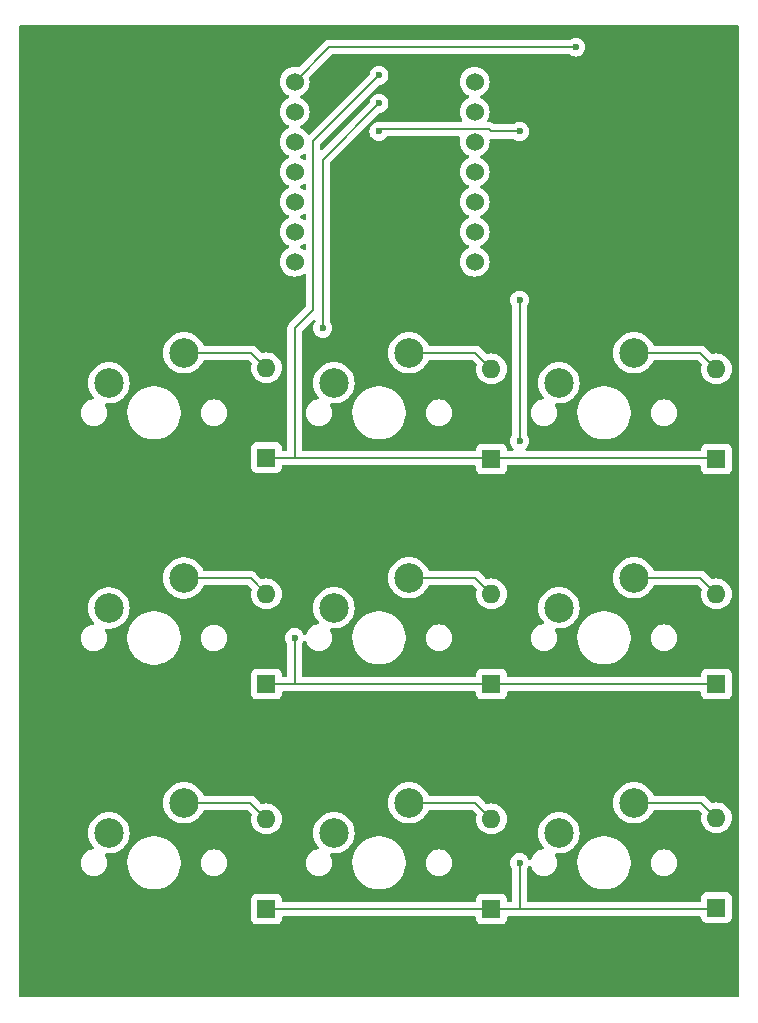
<source format=gbr>
%TF.GenerationSoftware,KiCad,Pcbnew,8.0.8*%
%TF.CreationDate,2025-02-11T16:16:57-05:00*%
%TF.ProjectId,FrutigerAeroNumPad,46727574-6967-4657-9241-65726f4e756d,rev?*%
%TF.SameCoordinates,Original*%
%TF.FileFunction,Copper,L1,Top*%
%TF.FilePolarity,Positive*%
%FSLAX46Y46*%
G04 Gerber Fmt 4.6, Leading zero omitted, Abs format (unit mm)*
G04 Created by KiCad (PCBNEW 8.0.8) date 2025-02-11 16:16:57*
%MOMM*%
%LPD*%
G01*
G04 APERTURE LIST*
%TA.AperFunction,ComponentPad*%
%ADD10C,2.500000*%
%TD*%
%TA.AperFunction,ComponentPad*%
%ADD11R,1.600000X1.600000*%
%TD*%
%TA.AperFunction,ComponentPad*%
%ADD12O,1.600000X1.600000*%
%TD*%
%TA.AperFunction,ComponentPad*%
%ADD13C,1.524000*%
%TD*%
%TA.AperFunction,ViaPad*%
%ADD14C,0.600000*%
%TD*%
%TA.AperFunction,Conductor*%
%ADD15C,0.200000*%
%TD*%
G04 APERTURE END LIST*
D10*
%TO.P,S8,1,1*%
%TO.N,Column 1*%
X144780000Y-114458750D03*
%TO.P,S8,2,2*%
%TO.N,Net-(D8-A)*%
X151130000Y-111918750D03*
%TD*%
%TO.P,S6,1,1*%
%TO.N,Column 2*%
X163830000Y-95408750D03*
%TO.P,S6,2,2*%
%TO.N,Net-(D6-A)*%
X170180000Y-92868750D03*
%TD*%
%TO.P,S3,1,1*%
%TO.N,Column 2*%
X163830000Y-76358750D03*
%TO.P,S3,2,2*%
%TO.N,Net-(D3-A)*%
X170180000Y-73818750D03*
%TD*%
%TO.P,S4,1,1*%
%TO.N,Column 0*%
X125730000Y-95428750D03*
%TO.P,S4,2,2*%
%TO.N,Net-(D4-A)*%
X132080000Y-92888750D03*
%TD*%
%TO.P,S1,1,1*%
%TO.N,Column 0*%
X125730000Y-76358750D03*
%TO.P,S1,2,2*%
%TO.N,Net-(D1-A)*%
X132080000Y-73818750D03*
%TD*%
%TO.P,S9,1,1*%
%TO.N,Column 2*%
X163830000Y-114458750D03*
%TO.P,S9,2,2*%
%TO.N,Net-(D9-A)*%
X170180000Y-111918750D03*
%TD*%
%TO.P,S7,1,1*%
%TO.N,Column 0*%
X125730000Y-114458750D03*
%TO.P,S7,2,2*%
%TO.N,Net-(D7-A)*%
X132080000Y-111918750D03*
%TD*%
%TO.P,S2,1,1*%
%TO.N,Column 1*%
X144780000Y-76358750D03*
%TO.P,S2,2,2*%
%TO.N,Net-(D2-A)*%
X151130000Y-73818750D03*
%TD*%
%TO.P,S5,1,1*%
%TO.N,Column 1*%
X144780000Y-95408750D03*
%TO.P,S5,2,2*%
%TO.N,Net-(D5-A)*%
X151130000Y-92868750D03*
%TD*%
D11*
%TO.P,D6,1,K*%
%TO.N,Row 1*%
X177165000Y-101856250D03*
D12*
%TO.P,D6,2,A*%
%TO.N,Net-(D6-A)*%
X177165000Y-94236250D03*
%TD*%
D11*
%TO.P,D8,1,K*%
%TO.N,Row 2*%
X158115000Y-120906250D03*
D12*
%TO.P,D8,2,A*%
%TO.N,Net-(D8-A)*%
X158115000Y-113286250D03*
%TD*%
D11*
%TO.P,D3,1,K*%
%TO.N,Row 0*%
X177165000Y-82806250D03*
D12*
%TO.P,D3,2,A*%
%TO.N,Net-(D3-A)*%
X177165000Y-75186250D03*
%TD*%
D11*
%TO.P,D2,1,K*%
%TO.N,Row 0*%
X158115000Y-82806250D03*
D12*
%TO.P,D2,2,A*%
%TO.N,Net-(D2-A)*%
X158115000Y-75186250D03*
%TD*%
D13*
%TO.P,U1,1,GPIO26/ADC0/A0*%
%TO.N,Row 0*%
X156686250Y-50872500D03*
%TO.P,U1,2,GPIO27/ADC1/A1*%
%TO.N,Row 1*%
X156686250Y-53412500D03*
%TO.P,U1,3,GPIO28/ADC2/A2*%
%TO.N,Row 2*%
X156686250Y-55952500D03*
%TO.P,U1,4,GPIO29/ADC3/A3*%
%TO.N,unconnected-(U1-GPIO29{slash}ADC3{slash}A3-Pad4)*%
X156686250Y-58492500D03*
%TO.P,U1,5,GPIO6/SDA*%
%TO.N,Net-(D10-DIN)*%
X156686250Y-61032500D03*
%TO.P,U1,6,GPIO7/SCL*%
%TO.N,unconnected-(U1-GPIO7{slash}SCL-Pad6)*%
X156686250Y-63572500D03*
%TO.P,U1,7,GPIO0/TX*%
%TO.N,unconnected-(U1-GPIO0{slash}TX-Pad7)*%
X156686250Y-66112500D03*
%TO.P,U1,8,GPIO1/RX*%
%TO.N,Column 0*%
X141446250Y-66112500D03*
%TO.P,U1,9,GPIO2/SCK*%
%TO.N,Column 1*%
X141446250Y-63572500D03*
%TO.P,U1,10,GPIO4/MISO*%
%TO.N,Column 2*%
X141446250Y-61032500D03*
%TO.P,U1,11,GPIO3/MOSI*%
%TO.N,unconnected-(U1-GPIO3{slash}MOSI-Pad11)*%
X141446250Y-58492500D03*
%TO.P,U1,12,3V3*%
%TO.N,unconnected-(U1-3V3-Pad12)*%
X141446250Y-55952500D03*
%TO.P,U1,13,GND*%
%TO.N,GND*%
X141446250Y-53412500D03*
%TO.P,U1,14,VBUS*%
%TO.N,+5V*%
X141446250Y-50872500D03*
%TD*%
D11*
%TO.P,D7,1,K*%
%TO.N,Row 2*%
X139065000Y-120906250D03*
D12*
%TO.P,D7,2,A*%
%TO.N,Net-(D7-A)*%
X139065000Y-113286250D03*
%TD*%
D11*
%TO.P,D5,1,K*%
%TO.N,Row 1*%
X158115000Y-101856250D03*
D12*
%TO.P,D5,2,A*%
%TO.N,Net-(D5-A)*%
X158115000Y-94236250D03*
%TD*%
D11*
%TO.P,D9,1,K*%
%TO.N,Row 2*%
X177165000Y-120808750D03*
D12*
%TO.P,D9,2,A*%
%TO.N,Net-(D9-A)*%
X177165000Y-113188750D03*
%TD*%
D11*
%TO.P,D4,1,K*%
%TO.N,Row 1*%
X139065000Y-101856250D03*
D12*
%TO.P,D4,2,A*%
%TO.N,Net-(D4-A)*%
X139065000Y-94236250D03*
%TD*%
D11*
%TO.P,D1,1,K*%
%TO.N,Row 0*%
X139065000Y-82708750D03*
D12*
%TO.P,D1,2,A*%
%TO.N,Net-(D1-A)*%
X139065000Y-75088750D03*
%TD*%
D14*
%TO.N,Row 0*%
X148590000Y-50323750D03*
%TO.N,Row 1*%
X143827500Y-71755000D03*
X141446250Y-97948750D03*
X148590000Y-52705000D03*
%TO.N,Row 2*%
X160496250Y-81280000D03*
X160496250Y-116998750D03*
X160496250Y-69373750D03*
%TO.N,GND*%
X160496250Y-55086250D03*
X148590000Y-55086250D03*
%TO.N,+5V*%
X165258750Y-47942500D03*
%TD*%
D15*
%TO.N,Row 0*%
X141446250Y-71755000D02*
X141446250Y-82708750D01*
X141446250Y-82708750D02*
X160496250Y-82708750D01*
X139065000Y-82708750D02*
X141446250Y-82708750D01*
X143002588Y-70198662D02*
X141446250Y-71755000D01*
X148590000Y-50323750D02*
X143002588Y-55911162D01*
X143002588Y-55911162D02*
X143002588Y-70198662D01*
X177067500Y-82708750D02*
X177165000Y-82806250D01*
X160496250Y-82708750D02*
X177067500Y-82708750D01*
%TO.N,Net-(D1-A)*%
X132080000Y-73818750D02*
X137795000Y-73818750D01*
X137795000Y-73818750D02*
X139065000Y-75088750D01*
%TO.N,Net-(D2-A)*%
X156747500Y-73818750D02*
X158115000Y-75186250D01*
X151130000Y-73818750D02*
X156747500Y-73818750D01*
%TO.N,Net-(D3-A)*%
X170180000Y-73818750D02*
X175797500Y-73818750D01*
X175797500Y-73818750D02*
X177165000Y-75186250D01*
%TO.N,Net-(D4-A)*%
X137717500Y-92888750D02*
X139065000Y-94236250D01*
X132080000Y-92888750D02*
X137717500Y-92888750D01*
%TO.N,Row 1*%
X141446250Y-97948750D02*
X141446250Y-101856250D01*
X148590000Y-52705000D02*
X143827500Y-57467500D01*
X139065000Y-101856250D02*
X141446250Y-101856250D01*
X143827500Y-57467500D02*
X143827500Y-71755000D01*
X141446250Y-101856250D02*
X177165000Y-101856250D01*
%TO.N,Net-(D5-A)*%
X151130000Y-92868750D02*
X156747500Y-92868750D01*
X156747500Y-92868750D02*
X158115000Y-94236250D01*
%TO.N,Net-(D6-A)*%
X170180000Y-92868750D02*
X175797500Y-92868750D01*
X175797500Y-92868750D02*
X177165000Y-94236250D01*
%TO.N,Net-(D7-A)*%
X132080000Y-111918750D02*
X137697500Y-111918750D01*
X137697500Y-111918750D02*
X139065000Y-113286250D01*
%TO.N,Row 2*%
X160496250Y-120906250D02*
X177067500Y-120906250D01*
X177067500Y-120906250D02*
X177165000Y-120808750D01*
X160496250Y-69373750D02*
X160496250Y-81280000D01*
X139065000Y-120906250D02*
X160496250Y-120906250D01*
X160496250Y-116998750D02*
X160496250Y-120906250D01*
%TO.N,Net-(D8-A)*%
X156747500Y-111918750D02*
X158115000Y-113286250D01*
X151130000Y-111918750D02*
X156747500Y-111918750D01*
%TO.N,Net-(D9-A)*%
X170180000Y-111918750D02*
X175895000Y-111918750D01*
X175895000Y-111918750D02*
X177165000Y-113188750D01*
%TO.N,GND*%
X148785750Y-54890500D02*
X148590000Y-55086250D01*
X157919250Y-54890500D02*
X148785750Y-54890500D01*
X160496250Y-55086250D02*
X158115000Y-55086250D01*
X158115000Y-55086250D02*
X157919250Y-54890500D01*
%TO.N,+5V*%
X144376250Y-47942500D02*
X141446250Y-50872500D01*
X165258750Y-47942500D02*
X144376250Y-47942500D01*
%TD*%
%TA.AperFunction,NonConductor*%
G36*
X178988789Y-46081435D02*
G01*
X179034544Y-46134239D01*
X179045750Y-46185750D01*
X179045750Y-128280500D01*
X179026065Y-128347539D01*
X178973261Y-128393294D01*
X178921750Y-128404500D01*
X118258250Y-128404500D01*
X118191211Y-128384815D01*
X118145456Y-128332011D01*
X118134250Y-128280500D01*
X118134250Y-120058385D01*
X137764500Y-120058385D01*
X137764500Y-121754120D01*
X137764501Y-121754126D01*
X137770908Y-121813733D01*
X137821202Y-121948578D01*
X137821206Y-121948585D01*
X137907452Y-122063794D01*
X137907455Y-122063797D01*
X138022664Y-122150043D01*
X138022671Y-122150047D01*
X138157517Y-122200341D01*
X138157516Y-122200341D01*
X138164444Y-122201085D01*
X138217127Y-122206750D01*
X139912872Y-122206749D01*
X139972483Y-122200341D01*
X140107331Y-122150046D01*
X140222546Y-122063796D01*
X140308796Y-121948581D01*
X140359091Y-121813733D01*
X140365500Y-121754123D01*
X140365500Y-121630750D01*
X140385185Y-121563711D01*
X140437989Y-121517956D01*
X140489500Y-121506750D01*
X156690501Y-121506750D01*
X156757540Y-121526435D01*
X156803295Y-121579239D01*
X156814501Y-121630750D01*
X156814501Y-121754126D01*
X156820908Y-121813733D01*
X156871202Y-121948578D01*
X156871206Y-121948585D01*
X156957452Y-122063794D01*
X156957455Y-122063797D01*
X157072664Y-122150043D01*
X157072671Y-122150047D01*
X157207517Y-122200341D01*
X157207516Y-122200341D01*
X157214444Y-122201085D01*
X157267127Y-122206750D01*
X158962872Y-122206749D01*
X159022483Y-122200341D01*
X159157331Y-122150046D01*
X159272546Y-122063796D01*
X159358796Y-121948581D01*
X159409091Y-121813733D01*
X159415500Y-121754123D01*
X159415500Y-121630750D01*
X159435185Y-121563711D01*
X159487989Y-121517956D01*
X159539500Y-121506750D01*
X160417193Y-121506750D01*
X160575307Y-121506750D01*
X175740501Y-121506750D01*
X175807540Y-121526435D01*
X175853295Y-121579239D01*
X175864501Y-121630750D01*
X175864501Y-121656626D01*
X175870908Y-121716233D01*
X175921202Y-121851078D01*
X175921206Y-121851085D01*
X176007452Y-121966294D01*
X176007455Y-121966297D01*
X176122664Y-122052543D01*
X176122671Y-122052547D01*
X176257517Y-122102841D01*
X176257516Y-122102841D01*
X176264444Y-122103585D01*
X176317127Y-122109250D01*
X178012872Y-122109249D01*
X178072483Y-122102841D01*
X178207331Y-122052546D01*
X178322546Y-121966296D01*
X178408796Y-121851081D01*
X178459091Y-121716233D01*
X178465500Y-121656623D01*
X178465499Y-119960878D01*
X178459091Y-119901267D01*
X178445159Y-119863914D01*
X178408797Y-119766421D01*
X178408793Y-119766414D01*
X178322547Y-119651205D01*
X178322544Y-119651202D01*
X178207335Y-119564956D01*
X178207328Y-119564952D01*
X178072482Y-119514658D01*
X178072483Y-119514658D01*
X178012883Y-119508251D01*
X178012881Y-119508250D01*
X178012873Y-119508250D01*
X178012864Y-119508250D01*
X176317129Y-119508250D01*
X176317123Y-119508251D01*
X176257516Y-119514658D01*
X176122671Y-119564952D01*
X176122664Y-119564956D01*
X176007455Y-119651202D01*
X176007452Y-119651205D01*
X175921206Y-119766414D01*
X175921202Y-119766421D01*
X175870908Y-119901267D01*
X175864501Y-119960866D01*
X175864501Y-119960873D01*
X175864500Y-119960885D01*
X175864500Y-120181750D01*
X175844815Y-120248789D01*
X175792011Y-120294544D01*
X175740500Y-120305750D01*
X161220750Y-120305750D01*
X161153711Y-120286065D01*
X161107956Y-120233261D01*
X161096750Y-120181750D01*
X161096750Y-117581162D01*
X161116435Y-117514123D01*
X161123805Y-117503847D01*
X161126060Y-117501017D01*
X161126066Y-117501012D01*
X161222039Y-117348272D01*
X161239663Y-117297904D01*
X161280384Y-117241128D01*
X161345336Y-117215380D01*
X161413898Y-117228835D01*
X161464301Y-117277222D01*
X161474636Y-117300540D01*
X161516956Y-117430789D01*
X161516957Y-117430792D01*
X161559417Y-117514123D01*
X161597386Y-117588640D01*
X161701517Y-117731964D01*
X161826786Y-117857233D01*
X161970110Y-117961364D01*
X162038577Y-117996250D01*
X162127957Y-118041792D01*
X162127960Y-118041793D01*
X162212201Y-118069164D01*
X162296445Y-118096536D01*
X162471421Y-118124250D01*
X162471422Y-118124250D01*
X162648578Y-118124250D01*
X162648579Y-118124250D01*
X162823555Y-118096536D01*
X162992042Y-118041792D01*
X163149890Y-117961364D01*
X163293214Y-117857233D01*
X163418483Y-117731964D01*
X163522614Y-117588640D01*
X163603042Y-117430792D01*
X163657786Y-117262305D01*
X163685500Y-117087329D01*
X163685500Y-116910171D01*
X163676165Y-116851236D01*
X165389500Y-116851236D01*
X165389500Y-117146263D01*
X165401990Y-117241128D01*
X165428007Y-117438743D01*
X165504361Y-117723701D01*
X165504364Y-117723711D01*
X165617254Y-117996250D01*
X165617258Y-117996260D01*
X165764761Y-118251743D01*
X165944352Y-118485790D01*
X165944358Y-118485797D01*
X166152952Y-118694391D01*
X166152959Y-118694397D01*
X166387006Y-118873988D01*
X166642489Y-119021491D01*
X166642490Y-119021491D01*
X166642493Y-119021493D01*
X166915048Y-119134389D01*
X167200007Y-119210743D01*
X167492494Y-119249250D01*
X167492501Y-119249250D01*
X167787499Y-119249250D01*
X167787506Y-119249250D01*
X168079993Y-119210743D01*
X168364952Y-119134389D01*
X168637507Y-119021493D01*
X168892994Y-118873988D01*
X169127042Y-118694396D01*
X169335646Y-118485792D01*
X169515238Y-118251744D01*
X169662743Y-117996257D01*
X169775639Y-117723702D01*
X169851993Y-117438743D01*
X169890500Y-117146256D01*
X169890500Y-116910171D01*
X171594500Y-116910171D01*
X171594500Y-117087328D01*
X171622214Y-117262306D01*
X171676956Y-117430789D01*
X171676957Y-117430792D01*
X171719417Y-117514123D01*
X171757386Y-117588640D01*
X171861517Y-117731964D01*
X171986786Y-117857233D01*
X172130110Y-117961364D01*
X172198577Y-117996250D01*
X172287957Y-118041792D01*
X172287960Y-118041793D01*
X172372201Y-118069164D01*
X172456445Y-118096536D01*
X172631421Y-118124250D01*
X172631422Y-118124250D01*
X172808578Y-118124250D01*
X172808579Y-118124250D01*
X172983555Y-118096536D01*
X173152042Y-118041792D01*
X173309890Y-117961364D01*
X173453214Y-117857233D01*
X173578483Y-117731964D01*
X173682614Y-117588640D01*
X173763042Y-117430792D01*
X173817786Y-117262305D01*
X173845500Y-117087329D01*
X173845500Y-116910171D01*
X173817786Y-116735195D01*
X173763042Y-116566708D01*
X173763042Y-116566707D01*
X173682613Y-116408859D01*
X173672201Y-116394528D01*
X173578483Y-116265536D01*
X173453214Y-116140267D01*
X173309890Y-116036136D01*
X173152042Y-115955707D01*
X173152039Y-115955706D01*
X172983556Y-115900964D01*
X172896067Y-115887107D01*
X172808579Y-115873250D01*
X172631421Y-115873250D01*
X172573095Y-115882488D01*
X172456443Y-115900964D01*
X172287960Y-115955706D01*
X172287957Y-115955707D01*
X172130109Y-116036136D01*
X172052104Y-116092811D01*
X171986786Y-116140267D01*
X171986784Y-116140269D01*
X171986783Y-116140269D01*
X171861519Y-116265533D01*
X171861519Y-116265534D01*
X171861517Y-116265536D01*
X171816796Y-116327088D01*
X171757386Y-116408859D01*
X171676957Y-116566707D01*
X171676956Y-116566710D01*
X171622214Y-116735193D01*
X171594500Y-116910171D01*
X169890500Y-116910171D01*
X169890500Y-116851244D01*
X169851993Y-116558757D01*
X169775639Y-116273798D01*
X169662743Y-116001243D01*
X169649888Y-115978978D01*
X169515238Y-115745756D01*
X169335647Y-115511709D01*
X169335641Y-115511702D01*
X169127047Y-115303108D01*
X169127040Y-115303102D01*
X168892993Y-115123511D01*
X168637510Y-114976008D01*
X168637500Y-114976004D01*
X168364961Y-114863114D01*
X168364954Y-114863112D01*
X168364952Y-114863111D01*
X168079993Y-114786757D01*
X168031113Y-114780321D01*
X167787513Y-114748250D01*
X167787506Y-114748250D01*
X167492494Y-114748250D01*
X167492486Y-114748250D01*
X167214085Y-114784903D01*
X167200007Y-114786757D01*
X166915048Y-114863111D01*
X166915038Y-114863114D01*
X166642499Y-114976004D01*
X166642489Y-114976008D01*
X166387006Y-115123511D01*
X166152959Y-115303102D01*
X166152952Y-115303108D01*
X165944358Y-115511702D01*
X165944352Y-115511709D01*
X165764761Y-115745756D01*
X165617258Y-116001239D01*
X165617254Y-116001249D01*
X165504364Y-116273788D01*
X165504361Y-116273798D01*
X165468172Y-116408860D01*
X165428008Y-116558754D01*
X165428006Y-116558765D01*
X165389500Y-116851236D01*
X163676165Y-116851236D01*
X163657786Y-116735195D01*
X163603042Y-116566708D01*
X163603042Y-116566707D01*
X163567262Y-116496487D01*
X163522614Y-116408860D01*
X163521529Y-116407367D01*
X163512202Y-116394528D01*
X163488722Y-116328722D01*
X163504548Y-116260668D01*
X163554654Y-116211973D01*
X163623132Y-116198098D01*
X163630992Y-116199026D01*
X163698818Y-116209250D01*
X163961182Y-116209250D01*
X164220615Y-116170146D01*
X164471323Y-116092813D01*
X164707704Y-115978978D01*
X164924479Y-115831183D01*
X165116805Y-115652731D01*
X165280386Y-115447607D01*
X165411568Y-115220393D01*
X165507420Y-114976166D01*
X165565802Y-114720380D01*
X165576930Y-114571883D01*
X165585408Y-114458754D01*
X165585408Y-114458745D01*
X165565803Y-114197129D01*
X165565802Y-114197124D01*
X165565802Y-114197120D01*
X165507420Y-113941334D01*
X165411568Y-113697107D01*
X165280386Y-113469893D01*
X165116805Y-113264769D01*
X165116804Y-113264768D01*
X165116801Y-113264764D01*
X164924479Y-113086317D01*
X164885222Y-113059552D01*
X164707704Y-112938522D01*
X164707700Y-112938520D01*
X164707697Y-112938518D01*
X164707696Y-112938517D01*
X164471325Y-112824688D01*
X164471327Y-112824688D01*
X164220623Y-112747356D01*
X164220619Y-112747355D01*
X164220615Y-112747354D01*
X164095823Y-112728544D01*
X163961187Y-112708250D01*
X163961182Y-112708250D01*
X163698818Y-112708250D01*
X163698812Y-112708250D01*
X163537247Y-112732603D01*
X163439385Y-112747354D01*
X163439382Y-112747355D01*
X163439376Y-112747356D01*
X163188673Y-112824688D01*
X162952303Y-112938517D01*
X162952302Y-112938518D01*
X162735520Y-113086317D01*
X162543198Y-113264764D01*
X162379614Y-113469893D01*
X162248432Y-113697106D01*
X162152582Y-113941328D01*
X162152576Y-113941347D01*
X162094197Y-114197124D01*
X162094196Y-114197129D01*
X162074592Y-114458745D01*
X162074592Y-114458754D01*
X162094196Y-114720370D01*
X162094197Y-114720375D01*
X162152576Y-114976152D01*
X162152578Y-114976161D01*
X162152580Y-114976166D01*
X162248432Y-115220393D01*
X162379614Y-115447607D01*
X162430733Y-115511708D01*
X162543197Y-115652734D01*
X162549377Y-115658467D01*
X162585133Y-115718494D01*
X162582760Y-115788324D01*
X162543011Y-115845785D01*
X162478506Y-115872634D01*
X162474788Y-115872984D01*
X162471428Y-115873248D01*
X162296443Y-115900964D01*
X162127960Y-115955706D01*
X162127957Y-115955707D01*
X161970109Y-116036136D01*
X161892104Y-116092811D01*
X161826786Y-116140267D01*
X161826784Y-116140269D01*
X161826783Y-116140269D01*
X161701519Y-116265533D01*
X161701519Y-116265534D01*
X161701517Y-116265536D01*
X161656796Y-116327088D01*
X161597386Y-116408859D01*
X161516958Y-116566707D01*
X161474636Y-116696960D01*
X161435198Y-116754635D01*
X161370839Y-116781833D01*
X161301993Y-116769918D01*
X161250517Y-116722674D01*
X161239663Y-116699595D01*
X161222039Y-116649228D01*
X161170188Y-116566708D01*
X161126066Y-116496488D01*
X160998512Y-116368934D01*
X160934515Y-116328722D01*
X160845773Y-116272961D01*
X160675504Y-116213381D01*
X160675499Y-116213380D01*
X160496254Y-116193185D01*
X160496246Y-116193185D01*
X160317000Y-116213380D01*
X160316995Y-116213381D01*
X160146726Y-116272961D01*
X159993987Y-116368934D01*
X159866434Y-116496487D01*
X159770461Y-116649226D01*
X159710881Y-116819495D01*
X159710880Y-116819500D01*
X159690685Y-116998746D01*
X159690685Y-116998753D01*
X159710880Y-117177999D01*
X159710881Y-117178004D01*
X159770461Y-117348273D01*
X159866435Y-117501013D01*
X159868695Y-117503847D01*
X159869584Y-117506025D01*
X159870139Y-117506908D01*
X159869984Y-117507005D01*
X159895105Y-117568533D01*
X159895750Y-117581162D01*
X159895750Y-120181750D01*
X159876065Y-120248789D01*
X159823261Y-120294544D01*
X159771750Y-120305750D01*
X159539499Y-120305750D01*
X159472460Y-120286065D01*
X159426705Y-120233261D01*
X159415499Y-120181750D01*
X159415499Y-120058379D01*
X159415498Y-120058373D01*
X159415497Y-120058366D01*
X159409091Y-119998767D01*
X159394959Y-119960878D01*
X159358797Y-119863921D01*
X159358793Y-119863914D01*
X159272547Y-119748705D01*
X159272544Y-119748702D01*
X159157335Y-119662456D01*
X159157328Y-119662452D01*
X159022482Y-119612158D01*
X159022483Y-119612158D01*
X158962883Y-119605751D01*
X158962881Y-119605750D01*
X158962873Y-119605750D01*
X158962864Y-119605750D01*
X157267129Y-119605750D01*
X157267123Y-119605751D01*
X157207516Y-119612158D01*
X157072671Y-119662452D01*
X157072664Y-119662456D01*
X156957455Y-119748702D01*
X156957452Y-119748705D01*
X156871206Y-119863914D01*
X156871202Y-119863921D01*
X156820908Y-119998767D01*
X156814501Y-120058366D01*
X156814501Y-120058373D01*
X156814500Y-120058385D01*
X156814500Y-120181750D01*
X156794815Y-120248789D01*
X156742011Y-120294544D01*
X156690500Y-120305750D01*
X140489499Y-120305750D01*
X140422460Y-120286065D01*
X140376705Y-120233261D01*
X140365499Y-120181750D01*
X140365499Y-120058379D01*
X140365498Y-120058373D01*
X140365497Y-120058366D01*
X140359091Y-119998767D01*
X140344959Y-119960878D01*
X140308797Y-119863921D01*
X140308793Y-119863914D01*
X140222547Y-119748705D01*
X140222544Y-119748702D01*
X140107335Y-119662456D01*
X140107328Y-119662452D01*
X139972482Y-119612158D01*
X139972483Y-119612158D01*
X139912883Y-119605751D01*
X139912881Y-119605750D01*
X139912873Y-119605750D01*
X139912864Y-119605750D01*
X138217129Y-119605750D01*
X138217123Y-119605751D01*
X138157516Y-119612158D01*
X138022671Y-119662452D01*
X138022664Y-119662456D01*
X137907455Y-119748702D01*
X137907452Y-119748705D01*
X137821206Y-119863914D01*
X137821202Y-119863921D01*
X137770908Y-119998767D01*
X137764501Y-120058366D01*
X137764501Y-120058373D01*
X137764500Y-120058385D01*
X118134250Y-120058385D01*
X118134250Y-116910171D01*
X123334500Y-116910171D01*
X123334500Y-117087328D01*
X123362214Y-117262306D01*
X123416956Y-117430789D01*
X123416957Y-117430792D01*
X123459417Y-117514123D01*
X123497386Y-117588640D01*
X123601517Y-117731964D01*
X123726786Y-117857233D01*
X123870110Y-117961364D01*
X123938577Y-117996250D01*
X124027957Y-118041792D01*
X124027960Y-118041793D01*
X124112201Y-118069164D01*
X124196445Y-118096536D01*
X124371421Y-118124250D01*
X124371422Y-118124250D01*
X124548578Y-118124250D01*
X124548579Y-118124250D01*
X124723555Y-118096536D01*
X124892042Y-118041792D01*
X125049890Y-117961364D01*
X125193214Y-117857233D01*
X125318483Y-117731964D01*
X125422614Y-117588640D01*
X125503042Y-117430792D01*
X125557786Y-117262305D01*
X125585500Y-117087329D01*
X125585500Y-116910171D01*
X125576165Y-116851236D01*
X127289500Y-116851236D01*
X127289500Y-117146263D01*
X127301990Y-117241128D01*
X127328007Y-117438743D01*
X127404361Y-117723701D01*
X127404364Y-117723711D01*
X127517254Y-117996250D01*
X127517258Y-117996260D01*
X127664761Y-118251743D01*
X127844352Y-118485790D01*
X127844358Y-118485797D01*
X128052952Y-118694391D01*
X128052959Y-118694397D01*
X128287006Y-118873988D01*
X128542489Y-119021491D01*
X128542490Y-119021491D01*
X128542493Y-119021493D01*
X128815048Y-119134389D01*
X129100007Y-119210743D01*
X129392494Y-119249250D01*
X129392501Y-119249250D01*
X129687499Y-119249250D01*
X129687506Y-119249250D01*
X129979993Y-119210743D01*
X130264952Y-119134389D01*
X130537507Y-119021493D01*
X130792994Y-118873988D01*
X131027042Y-118694396D01*
X131235646Y-118485792D01*
X131415238Y-118251744D01*
X131562743Y-117996257D01*
X131675639Y-117723702D01*
X131751993Y-117438743D01*
X131790500Y-117146256D01*
X131790500Y-116910171D01*
X133494500Y-116910171D01*
X133494500Y-117087328D01*
X133522214Y-117262306D01*
X133576956Y-117430789D01*
X133576957Y-117430792D01*
X133619417Y-117514123D01*
X133657386Y-117588640D01*
X133761517Y-117731964D01*
X133886786Y-117857233D01*
X134030110Y-117961364D01*
X134098577Y-117996250D01*
X134187957Y-118041792D01*
X134187960Y-118041793D01*
X134272201Y-118069164D01*
X134356445Y-118096536D01*
X134531421Y-118124250D01*
X134531422Y-118124250D01*
X134708578Y-118124250D01*
X134708579Y-118124250D01*
X134883555Y-118096536D01*
X135052042Y-118041792D01*
X135209890Y-117961364D01*
X135353214Y-117857233D01*
X135478483Y-117731964D01*
X135582614Y-117588640D01*
X135663042Y-117430792D01*
X135717786Y-117262305D01*
X135745500Y-117087329D01*
X135745500Y-116910171D01*
X142384500Y-116910171D01*
X142384500Y-117087328D01*
X142412214Y-117262306D01*
X142466956Y-117430789D01*
X142466957Y-117430792D01*
X142509417Y-117514123D01*
X142547386Y-117588640D01*
X142651517Y-117731964D01*
X142776786Y-117857233D01*
X142920110Y-117961364D01*
X142988577Y-117996250D01*
X143077957Y-118041792D01*
X143077960Y-118041793D01*
X143162201Y-118069164D01*
X143246445Y-118096536D01*
X143421421Y-118124250D01*
X143421422Y-118124250D01*
X143598578Y-118124250D01*
X143598579Y-118124250D01*
X143773555Y-118096536D01*
X143942042Y-118041792D01*
X144099890Y-117961364D01*
X144243214Y-117857233D01*
X144368483Y-117731964D01*
X144472614Y-117588640D01*
X144553042Y-117430792D01*
X144607786Y-117262305D01*
X144635500Y-117087329D01*
X144635500Y-116910171D01*
X144626165Y-116851236D01*
X146339500Y-116851236D01*
X146339500Y-117146263D01*
X146351990Y-117241128D01*
X146378007Y-117438743D01*
X146454361Y-117723701D01*
X146454364Y-117723711D01*
X146567254Y-117996250D01*
X146567258Y-117996260D01*
X146714761Y-118251743D01*
X146894352Y-118485790D01*
X146894358Y-118485797D01*
X147102952Y-118694391D01*
X147102959Y-118694397D01*
X147337006Y-118873988D01*
X147592489Y-119021491D01*
X147592490Y-119021491D01*
X147592493Y-119021493D01*
X147865048Y-119134389D01*
X148150007Y-119210743D01*
X148442494Y-119249250D01*
X148442501Y-119249250D01*
X148737499Y-119249250D01*
X148737506Y-119249250D01*
X149029993Y-119210743D01*
X149314952Y-119134389D01*
X149587507Y-119021493D01*
X149842994Y-118873988D01*
X150077042Y-118694396D01*
X150285646Y-118485792D01*
X150465238Y-118251744D01*
X150612743Y-117996257D01*
X150725639Y-117723702D01*
X150801993Y-117438743D01*
X150840500Y-117146256D01*
X150840500Y-116910171D01*
X152544500Y-116910171D01*
X152544500Y-117087328D01*
X152572214Y-117262306D01*
X152626956Y-117430789D01*
X152626957Y-117430792D01*
X152669417Y-117514123D01*
X152707386Y-117588640D01*
X152811517Y-117731964D01*
X152936786Y-117857233D01*
X153080110Y-117961364D01*
X153148577Y-117996250D01*
X153237957Y-118041792D01*
X153237960Y-118041793D01*
X153322201Y-118069164D01*
X153406445Y-118096536D01*
X153581421Y-118124250D01*
X153581422Y-118124250D01*
X153758578Y-118124250D01*
X153758579Y-118124250D01*
X153933555Y-118096536D01*
X154102042Y-118041792D01*
X154259890Y-117961364D01*
X154403214Y-117857233D01*
X154528483Y-117731964D01*
X154632614Y-117588640D01*
X154713042Y-117430792D01*
X154767786Y-117262305D01*
X154795500Y-117087329D01*
X154795500Y-116910171D01*
X154767786Y-116735195D01*
X154713042Y-116566708D01*
X154713042Y-116566707D01*
X154632613Y-116408859D01*
X154622201Y-116394528D01*
X154528483Y-116265536D01*
X154403214Y-116140267D01*
X154259890Y-116036136D01*
X154102042Y-115955707D01*
X154102039Y-115955706D01*
X153933556Y-115900964D01*
X153846067Y-115887107D01*
X153758579Y-115873250D01*
X153581421Y-115873250D01*
X153523095Y-115882488D01*
X153406443Y-115900964D01*
X153237960Y-115955706D01*
X153237957Y-115955707D01*
X153080109Y-116036136D01*
X153002104Y-116092811D01*
X152936786Y-116140267D01*
X152936784Y-116140269D01*
X152936783Y-116140269D01*
X152811519Y-116265533D01*
X152811519Y-116265534D01*
X152811517Y-116265536D01*
X152766796Y-116327088D01*
X152707386Y-116408859D01*
X152626957Y-116566707D01*
X152626956Y-116566710D01*
X152572214Y-116735193D01*
X152544500Y-116910171D01*
X150840500Y-116910171D01*
X150840500Y-116851244D01*
X150801993Y-116558757D01*
X150725639Y-116273798D01*
X150612743Y-116001243D01*
X150599888Y-115978978D01*
X150465238Y-115745756D01*
X150285647Y-115511709D01*
X150285641Y-115511702D01*
X150077047Y-115303108D01*
X150077040Y-115303102D01*
X149842993Y-115123511D01*
X149587510Y-114976008D01*
X149587500Y-114976004D01*
X149314961Y-114863114D01*
X149314954Y-114863112D01*
X149314952Y-114863111D01*
X149029993Y-114786757D01*
X148981113Y-114780321D01*
X148737513Y-114748250D01*
X148737506Y-114748250D01*
X148442494Y-114748250D01*
X148442486Y-114748250D01*
X148164085Y-114784903D01*
X148150007Y-114786757D01*
X147865048Y-114863111D01*
X147865038Y-114863114D01*
X147592499Y-114976004D01*
X147592489Y-114976008D01*
X147337006Y-115123511D01*
X147102959Y-115303102D01*
X147102952Y-115303108D01*
X146894358Y-115511702D01*
X146894352Y-115511709D01*
X146714761Y-115745756D01*
X146567258Y-116001239D01*
X146567254Y-116001249D01*
X146454364Y-116273788D01*
X146454361Y-116273798D01*
X146418172Y-116408860D01*
X146378008Y-116558754D01*
X146378006Y-116558765D01*
X146339500Y-116851236D01*
X144626165Y-116851236D01*
X144607786Y-116735195D01*
X144553042Y-116566708D01*
X144553042Y-116566707D01*
X144517262Y-116496487D01*
X144472614Y-116408860D01*
X144471529Y-116407367D01*
X144462202Y-116394528D01*
X144438722Y-116328722D01*
X144454548Y-116260668D01*
X144504654Y-116211973D01*
X144573132Y-116198098D01*
X144580992Y-116199026D01*
X144648818Y-116209250D01*
X144911182Y-116209250D01*
X145170615Y-116170146D01*
X145421323Y-116092813D01*
X145657704Y-115978978D01*
X145874479Y-115831183D01*
X146066805Y-115652731D01*
X146230386Y-115447607D01*
X146361568Y-115220393D01*
X146457420Y-114976166D01*
X146515802Y-114720380D01*
X146526930Y-114571883D01*
X146535408Y-114458754D01*
X146535408Y-114458745D01*
X146515803Y-114197129D01*
X146515802Y-114197124D01*
X146515802Y-114197120D01*
X146457420Y-113941334D01*
X146361568Y-113697107D01*
X146230386Y-113469893D01*
X146066805Y-113264769D01*
X146066804Y-113264768D01*
X146066801Y-113264764D01*
X145874479Y-113086317D01*
X145835222Y-113059552D01*
X145657704Y-112938522D01*
X145657700Y-112938520D01*
X145657697Y-112938518D01*
X145657696Y-112938517D01*
X145421325Y-112824688D01*
X145421327Y-112824688D01*
X145170623Y-112747356D01*
X145170619Y-112747355D01*
X145170615Y-112747354D01*
X145045823Y-112728544D01*
X144911187Y-112708250D01*
X144911182Y-112708250D01*
X144648818Y-112708250D01*
X144648812Y-112708250D01*
X144487247Y-112732603D01*
X144389385Y-112747354D01*
X144389382Y-112747355D01*
X144389376Y-112747356D01*
X144138673Y-112824688D01*
X143902303Y-112938517D01*
X143902302Y-112938518D01*
X143685520Y-113086317D01*
X143493198Y-113264764D01*
X143329614Y-113469893D01*
X143198432Y-113697106D01*
X143102582Y-113941328D01*
X143102576Y-113941347D01*
X143044197Y-114197124D01*
X143044196Y-114197129D01*
X143024592Y-114458745D01*
X143024592Y-114458754D01*
X143044196Y-114720370D01*
X143044197Y-114720375D01*
X143102576Y-114976152D01*
X143102578Y-114976161D01*
X143102580Y-114976166D01*
X143198432Y-115220393D01*
X143329614Y-115447607D01*
X143380733Y-115511708D01*
X143493197Y-115652734D01*
X143499377Y-115658467D01*
X143535133Y-115718494D01*
X143532760Y-115788324D01*
X143493011Y-115845785D01*
X143428506Y-115872634D01*
X143424788Y-115872984D01*
X143421428Y-115873248D01*
X143246443Y-115900964D01*
X143077960Y-115955706D01*
X143077957Y-115955707D01*
X142920109Y-116036136D01*
X142842104Y-116092811D01*
X142776786Y-116140267D01*
X142776784Y-116140269D01*
X142776783Y-116140269D01*
X142651519Y-116265533D01*
X142651519Y-116265534D01*
X142651517Y-116265536D01*
X142606796Y-116327088D01*
X142547386Y-116408859D01*
X142466957Y-116566707D01*
X142466956Y-116566710D01*
X142412214Y-116735193D01*
X142384500Y-116910171D01*
X135745500Y-116910171D01*
X135717786Y-116735195D01*
X135663042Y-116566708D01*
X135663042Y-116566707D01*
X135582613Y-116408859D01*
X135572201Y-116394528D01*
X135478483Y-116265536D01*
X135353214Y-116140267D01*
X135209890Y-116036136D01*
X135052042Y-115955707D01*
X135052039Y-115955706D01*
X134883556Y-115900964D01*
X134796067Y-115887107D01*
X134708579Y-115873250D01*
X134531421Y-115873250D01*
X134473095Y-115882488D01*
X134356443Y-115900964D01*
X134187960Y-115955706D01*
X134187957Y-115955707D01*
X134030109Y-116036136D01*
X133952104Y-116092811D01*
X133886786Y-116140267D01*
X133886784Y-116140269D01*
X133886783Y-116140269D01*
X133761519Y-116265533D01*
X133761519Y-116265534D01*
X133761517Y-116265536D01*
X133716796Y-116327088D01*
X133657386Y-116408859D01*
X133576957Y-116566707D01*
X133576956Y-116566710D01*
X133522214Y-116735193D01*
X133494500Y-116910171D01*
X131790500Y-116910171D01*
X131790500Y-116851244D01*
X131751993Y-116558757D01*
X131675639Y-116273798D01*
X131562743Y-116001243D01*
X131549888Y-115978978D01*
X131415238Y-115745756D01*
X131235647Y-115511709D01*
X131235641Y-115511702D01*
X131027047Y-115303108D01*
X131027040Y-115303102D01*
X130792993Y-115123511D01*
X130537510Y-114976008D01*
X130537500Y-114976004D01*
X130264961Y-114863114D01*
X130264954Y-114863112D01*
X130264952Y-114863111D01*
X129979993Y-114786757D01*
X129931113Y-114780321D01*
X129687513Y-114748250D01*
X129687506Y-114748250D01*
X129392494Y-114748250D01*
X129392486Y-114748250D01*
X129114085Y-114784903D01*
X129100007Y-114786757D01*
X128815048Y-114863111D01*
X128815038Y-114863114D01*
X128542499Y-114976004D01*
X128542489Y-114976008D01*
X128287006Y-115123511D01*
X128052959Y-115303102D01*
X128052952Y-115303108D01*
X127844358Y-115511702D01*
X127844352Y-115511709D01*
X127664761Y-115745756D01*
X127517258Y-116001239D01*
X127517254Y-116001249D01*
X127404364Y-116273788D01*
X127404361Y-116273798D01*
X127368172Y-116408860D01*
X127328008Y-116558754D01*
X127328006Y-116558765D01*
X127289500Y-116851236D01*
X125576165Y-116851236D01*
X125557786Y-116735195D01*
X125503042Y-116566708D01*
X125503042Y-116566707D01*
X125467262Y-116496487D01*
X125422614Y-116408860D01*
X125421529Y-116407367D01*
X125412202Y-116394528D01*
X125388722Y-116328722D01*
X125404548Y-116260668D01*
X125454654Y-116211973D01*
X125523132Y-116198098D01*
X125530992Y-116199026D01*
X125598818Y-116209250D01*
X125861182Y-116209250D01*
X126120615Y-116170146D01*
X126371323Y-116092813D01*
X126607704Y-115978978D01*
X126824479Y-115831183D01*
X127016805Y-115652731D01*
X127180386Y-115447607D01*
X127311568Y-115220393D01*
X127407420Y-114976166D01*
X127465802Y-114720380D01*
X127476930Y-114571883D01*
X127485408Y-114458754D01*
X127485408Y-114458745D01*
X127465803Y-114197129D01*
X127465802Y-114197124D01*
X127465802Y-114197120D01*
X127407420Y-113941334D01*
X127311568Y-113697107D01*
X127180386Y-113469893D01*
X127016805Y-113264769D01*
X127016804Y-113264768D01*
X127016801Y-113264764D01*
X126824479Y-113086317D01*
X126785222Y-113059552D01*
X126607704Y-112938522D01*
X126607700Y-112938520D01*
X126607697Y-112938518D01*
X126607696Y-112938517D01*
X126371325Y-112824688D01*
X126371327Y-112824688D01*
X126120623Y-112747356D01*
X126120619Y-112747355D01*
X126120615Y-112747354D01*
X125995823Y-112728544D01*
X125861187Y-112708250D01*
X125861182Y-112708250D01*
X125598818Y-112708250D01*
X125598812Y-112708250D01*
X125437247Y-112732603D01*
X125339385Y-112747354D01*
X125339382Y-112747355D01*
X125339376Y-112747356D01*
X125088673Y-112824688D01*
X124852303Y-112938517D01*
X124852302Y-112938518D01*
X124635520Y-113086317D01*
X124443198Y-113264764D01*
X124279614Y-113469893D01*
X124148432Y-113697106D01*
X124052582Y-113941328D01*
X124052576Y-113941347D01*
X123994197Y-114197124D01*
X123994196Y-114197129D01*
X123974592Y-114458745D01*
X123974592Y-114458754D01*
X123994196Y-114720370D01*
X123994197Y-114720375D01*
X124052576Y-114976152D01*
X124052578Y-114976161D01*
X124052580Y-114976166D01*
X124148432Y-115220393D01*
X124279614Y-115447607D01*
X124330733Y-115511708D01*
X124443197Y-115652734D01*
X124449377Y-115658467D01*
X124485133Y-115718494D01*
X124482760Y-115788324D01*
X124443011Y-115845785D01*
X124378506Y-115872634D01*
X124374788Y-115872984D01*
X124371428Y-115873248D01*
X124196443Y-115900964D01*
X124027960Y-115955706D01*
X124027957Y-115955707D01*
X123870109Y-116036136D01*
X123792104Y-116092811D01*
X123726786Y-116140267D01*
X123726784Y-116140269D01*
X123726783Y-116140269D01*
X123601519Y-116265533D01*
X123601519Y-116265534D01*
X123601517Y-116265536D01*
X123556796Y-116327088D01*
X123497386Y-116408859D01*
X123416957Y-116566707D01*
X123416956Y-116566710D01*
X123362214Y-116735193D01*
X123334500Y-116910171D01*
X118134250Y-116910171D01*
X118134250Y-111918745D01*
X130324592Y-111918745D01*
X130324592Y-111918754D01*
X130344196Y-112180370D01*
X130344197Y-112180375D01*
X130402576Y-112436152D01*
X130402578Y-112436161D01*
X130402580Y-112436166D01*
X130498432Y-112680393D01*
X130629614Y-112907607D01*
X130750786Y-113059552D01*
X130793198Y-113112735D01*
X130875125Y-113188751D01*
X130985521Y-113291183D01*
X131202296Y-113438978D01*
X131202301Y-113438980D01*
X131202302Y-113438981D01*
X131202303Y-113438982D01*
X131327843Y-113499438D01*
X131438673Y-113552811D01*
X131438674Y-113552811D01*
X131438677Y-113552813D01*
X131689385Y-113630146D01*
X131948818Y-113669250D01*
X132211182Y-113669250D01*
X132470615Y-113630146D01*
X132721323Y-113552813D01*
X132957704Y-113438978D01*
X133174479Y-113291183D01*
X133366805Y-113112731D01*
X133530386Y-112907607D01*
X133661568Y-112680393D01*
X133693926Y-112597944D01*
X133736740Y-112542734D01*
X133802610Y-112519433D01*
X133809353Y-112519250D01*
X137397403Y-112519250D01*
X137464442Y-112538935D01*
X137485084Y-112555569D01*
X137773058Y-112843543D01*
X137806543Y-112904866D01*
X137805152Y-112963317D01*
X137779366Y-113059552D01*
X137779364Y-113059563D01*
X137759532Y-113286248D01*
X137759532Y-113286251D01*
X137779364Y-113512936D01*
X137779366Y-113512947D01*
X137838258Y-113732738D01*
X137838261Y-113732747D01*
X137934431Y-113938982D01*
X137934432Y-113938984D01*
X138064954Y-114125391D01*
X138225858Y-114286295D01*
X138225861Y-114286297D01*
X138412266Y-114416818D01*
X138618504Y-114512989D01*
X138838308Y-114571885D01*
X139000230Y-114586051D01*
X139064998Y-114591718D01*
X139065000Y-114591718D01*
X139065002Y-114591718D01*
X139121673Y-114586759D01*
X139291692Y-114571885D01*
X139511496Y-114512989D01*
X139717734Y-114416818D01*
X139904139Y-114286297D01*
X140065047Y-114125389D01*
X140195568Y-113938984D01*
X140291739Y-113732746D01*
X140350635Y-113512942D01*
X140370468Y-113286250D01*
X140350635Y-113059558D01*
X140291739Y-112839754D01*
X140195568Y-112633516D01*
X140065047Y-112447111D01*
X140065045Y-112447108D01*
X139904141Y-112286204D01*
X139717734Y-112155682D01*
X139717732Y-112155681D01*
X139511497Y-112059511D01*
X139511488Y-112059508D01*
X139291697Y-112000616D01*
X139291693Y-112000615D01*
X139291692Y-112000615D01*
X139291691Y-112000614D01*
X139291686Y-112000614D01*
X139065002Y-111980782D01*
X139064998Y-111980782D01*
X138838313Y-112000614D01*
X138838302Y-112000616D01*
X138742067Y-112026402D01*
X138672217Y-112024739D01*
X138622293Y-111994308D01*
X138546730Y-111918745D01*
X149374592Y-111918745D01*
X149374592Y-111918754D01*
X149394196Y-112180370D01*
X149394197Y-112180375D01*
X149452576Y-112436152D01*
X149452578Y-112436161D01*
X149452580Y-112436166D01*
X149548432Y-112680393D01*
X149679614Y-112907607D01*
X149800786Y-113059552D01*
X149843198Y-113112735D01*
X149925125Y-113188751D01*
X150035521Y-113291183D01*
X150252296Y-113438978D01*
X150252301Y-113438980D01*
X150252302Y-113438981D01*
X150252303Y-113438982D01*
X150377843Y-113499438D01*
X150488673Y-113552811D01*
X150488674Y-113552811D01*
X150488677Y-113552813D01*
X150739385Y-113630146D01*
X150998818Y-113669250D01*
X151261182Y-113669250D01*
X151520615Y-113630146D01*
X151771323Y-113552813D01*
X152007704Y-113438978D01*
X152224479Y-113291183D01*
X152416805Y-113112731D01*
X152580386Y-112907607D01*
X152711568Y-112680393D01*
X152743926Y-112597944D01*
X152786740Y-112542734D01*
X152852610Y-112519433D01*
X152859353Y-112519250D01*
X156447403Y-112519250D01*
X156514442Y-112538935D01*
X156535084Y-112555569D01*
X156823058Y-112843543D01*
X156856543Y-112904866D01*
X156855152Y-112963317D01*
X156829366Y-113059552D01*
X156829364Y-113059563D01*
X156809532Y-113286248D01*
X156809532Y-113286251D01*
X156829364Y-113512936D01*
X156829366Y-113512947D01*
X156888258Y-113732738D01*
X156888261Y-113732747D01*
X156984431Y-113938982D01*
X156984432Y-113938984D01*
X157114954Y-114125391D01*
X157275858Y-114286295D01*
X157275861Y-114286297D01*
X157462266Y-114416818D01*
X157668504Y-114512989D01*
X157888308Y-114571885D01*
X158050230Y-114586051D01*
X158114998Y-114591718D01*
X158115000Y-114591718D01*
X158115002Y-114591718D01*
X158171673Y-114586759D01*
X158341692Y-114571885D01*
X158561496Y-114512989D01*
X158767734Y-114416818D01*
X158954139Y-114286297D01*
X159115047Y-114125389D01*
X159245568Y-113938984D01*
X159341739Y-113732746D01*
X159400635Y-113512942D01*
X159420468Y-113286250D01*
X159400635Y-113059558D01*
X159341739Y-112839754D01*
X159245568Y-112633516D01*
X159115047Y-112447111D01*
X159115045Y-112447108D01*
X158954141Y-112286204D01*
X158767734Y-112155682D01*
X158767732Y-112155681D01*
X158561497Y-112059511D01*
X158561488Y-112059508D01*
X158341697Y-112000616D01*
X158341693Y-112000615D01*
X158341692Y-112000615D01*
X158341691Y-112000614D01*
X158341686Y-112000614D01*
X158115002Y-111980782D01*
X158114998Y-111980782D01*
X157888313Y-112000614D01*
X157888302Y-112000616D01*
X157792067Y-112026402D01*
X157722217Y-112024739D01*
X157672293Y-111994308D01*
X157596730Y-111918745D01*
X168424592Y-111918745D01*
X168424592Y-111918754D01*
X168444196Y-112180370D01*
X168444197Y-112180375D01*
X168502576Y-112436152D01*
X168502578Y-112436161D01*
X168502580Y-112436166D01*
X168598432Y-112680393D01*
X168729614Y-112907607D01*
X168850786Y-113059552D01*
X168893198Y-113112735D01*
X168975125Y-113188751D01*
X169085521Y-113291183D01*
X169302296Y-113438978D01*
X169302301Y-113438980D01*
X169302302Y-113438981D01*
X169302303Y-113438982D01*
X169427843Y-113499438D01*
X169538673Y-113552811D01*
X169538674Y-113552811D01*
X169538677Y-113552813D01*
X169789385Y-113630146D01*
X170048818Y-113669250D01*
X170311182Y-113669250D01*
X170570615Y-113630146D01*
X170821323Y-113552813D01*
X171057704Y-113438978D01*
X171274479Y-113291183D01*
X171466805Y-113112731D01*
X171630386Y-112907607D01*
X171761568Y-112680393D01*
X171793926Y-112597944D01*
X171836740Y-112542734D01*
X171902610Y-112519433D01*
X171909353Y-112519250D01*
X175594903Y-112519250D01*
X175661942Y-112538935D01*
X175682584Y-112555569D01*
X175873058Y-112746043D01*
X175906543Y-112807366D01*
X175905152Y-112865817D01*
X175879366Y-112962052D01*
X175879364Y-112962063D01*
X175859532Y-113188748D01*
X175859532Y-113188751D01*
X175879364Y-113415436D01*
X175879366Y-113415447D01*
X175938258Y-113635238D01*
X175938261Y-113635247D01*
X176034431Y-113841482D01*
X176034432Y-113841484D01*
X176164954Y-114027891D01*
X176325858Y-114188795D01*
X176337753Y-114197124D01*
X176512266Y-114319318D01*
X176718504Y-114415489D01*
X176938308Y-114474385D01*
X177100230Y-114488551D01*
X177164998Y-114494218D01*
X177165000Y-114494218D01*
X177165002Y-114494218D01*
X177221673Y-114489259D01*
X177391692Y-114474385D01*
X177611496Y-114415489D01*
X177817734Y-114319318D01*
X178004139Y-114188797D01*
X178165047Y-114027889D01*
X178295568Y-113841484D01*
X178391739Y-113635246D01*
X178450635Y-113415442D01*
X178470468Y-113188750D01*
X178450635Y-112962058D01*
X178391739Y-112742254D01*
X178295568Y-112536016D01*
X178165047Y-112349611D01*
X178165045Y-112349608D01*
X178004141Y-112188704D01*
X177817734Y-112058182D01*
X177817732Y-112058181D01*
X177611497Y-111962011D01*
X177611488Y-111962008D01*
X177391697Y-111903116D01*
X177391693Y-111903115D01*
X177391692Y-111903115D01*
X177391691Y-111903114D01*
X177391686Y-111903114D01*
X177165002Y-111883282D01*
X177164998Y-111883282D01*
X176938313Y-111903114D01*
X176938302Y-111903116D01*
X176842067Y-111928902D01*
X176772217Y-111927239D01*
X176722293Y-111896808D01*
X176382590Y-111557105D01*
X176382588Y-111557102D01*
X176263717Y-111438231D01*
X176263716Y-111438230D01*
X176176904Y-111388110D01*
X176176904Y-111388109D01*
X176176900Y-111388108D01*
X176126785Y-111359173D01*
X175974057Y-111318249D01*
X175815943Y-111318249D01*
X175808347Y-111318249D01*
X175808331Y-111318250D01*
X171909353Y-111318250D01*
X171842314Y-111298565D01*
X171796559Y-111245761D01*
X171793941Y-111239592D01*
X171761568Y-111157107D01*
X171630386Y-110929893D01*
X171466805Y-110724769D01*
X171466804Y-110724768D01*
X171466801Y-110724764D01*
X171274479Y-110546317D01*
X171057704Y-110398522D01*
X171057700Y-110398520D01*
X171057697Y-110398518D01*
X171057696Y-110398517D01*
X170821325Y-110284688D01*
X170821327Y-110284688D01*
X170570623Y-110207356D01*
X170570619Y-110207355D01*
X170570615Y-110207354D01*
X170445823Y-110188544D01*
X170311187Y-110168250D01*
X170311182Y-110168250D01*
X170048818Y-110168250D01*
X170048812Y-110168250D01*
X169887247Y-110192603D01*
X169789385Y-110207354D01*
X169789382Y-110207355D01*
X169789376Y-110207356D01*
X169538673Y-110284688D01*
X169302303Y-110398517D01*
X169302302Y-110398518D01*
X169085520Y-110546317D01*
X168893198Y-110724764D01*
X168729614Y-110929893D01*
X168598432Y-111157106D01*
X168502582Y-111401328D01*
X168502576Y-111401347D01*
X168444197Y-111657124D01*
X168444196Y-111657129D01*
X168424592Y-111918745D01*
X157596730Y-111918745D01*
X157235090Y-111557105D01*
X157235088Y-111557102D01*
X157116217Y-111438231D01*
X157116216Y-111438230D01*
X157029404Y-111388110D01*
X157029404Y-111388109D01*
X157029400Y-111388108D01*
X156979285Y-111359173D01*
X156826557Y-111318249D01*
X156668443Y-111318249D01*
X156660847Y-111318249D01*
X156660831Y-111318250D01*
X152859353Y-111318250D01*
X152792314Y-111298565D01*
X152746559Y-111245761D01*
X152743941Y-111239592D01*
X152711568Y-111157107D01*
X152580386Y-110929893D01*
X152416805Y-110724769D01*
X152416804Y-110724768D01*
X152416801Y-110724764D01*
X152224479Y-110546317D01*
X152007704Y-110398522D01*
X152007700Y-110398520D01*
X152007697Y-110398518D01*
X152007696Y-110398517D01*
X151771325Y-110284688D01*
X151771327Y-110284688D01*
X151520623Y-110207356D01*
X151520619Y-110207355D01*
X151520615Y-110207354D01*
X151395823Y-110188544D01*
X151261187Y-110168250D01*
X151261182Y-110168250D01*
X150998818Y-110168250D01*
X150998812Y-110168250D01*
X150837247Y-110192603D01*
X150739385Y-110207354D01*
X150739382Y-110207355D01*
X150739376Y-110207356D01*
X150488673Y-110284688D01*
X150252303Y-110398517D01*
X150252302Y-110398518D01*
X150035520Y-110546317D01*
X149843198Y-110724764D01*
X149679614Y-110929893D01*
X149548432Y-111157106D01*
X149452582Y-111401328D01*
X149452576Y-111401347D01*
X149394197Y-111657124D01*
X149394196Y-111657129D01*
X149374592Y-111918745D01*
X138546730Y-111918745D01*
X138185090Y-111557105D01*
X138185088Y-111557102D01*
X138066217Y-111438231D01*
X138066216Y-111438230D01*
X137979404Y-111388110D01*
X137979404Y-111388109D01*
X137979400Y-111388108D01*
X137929285Y-111359173D01*
X137776557Y-111318249D01*
X137618443Y-111318249D01*
X137610847Y-111318249D01*
X137610831Y-111318250D01*
X133809353Y-111318250D01*
X133742314Y-111298565D01*
X133696559Y-111245761D01*
X133693941Y-111239592D01*
X133661568Y-111157107D01*
X133530386Y-110929893D01*
X133366805Y-110724769D01*
X133366804Y-110724768D01*
X133366801Y-110724764D01*
X133174479Y-110546317D01*
X132957704Y-110398522D01*
X132957700Y-110398520D01*
X132957697Y-110398518D01*
X132957696Y-110398517D01*
X132721325Y-110284688D01*
X132721327Y-110284688D01*
X132470623Y-110207356D01*
X132470619Y-110207355D01*
X132470615Y-110207354D01*
X132345823Y-110188544D01*
X132211187Y-110168250D01*
X132211182Y-110168250D01*
X131948818Y-110168250D01*
X131948812Y-110168250D01*
X131787247Y-110192603D01*
X131689385Y-110207354D01*
X131689382Y-110207355D01*
X131689376Y-110207356D01*
X131438673Y-110284688D01*
X131202303Y-110398517D01*
X131202302Y-110398518D01*
X130985520Y-110546317D01*
X130793198Y-110724764D01*
X130629614Y-110929893D01*
X130498432Y-111157106D01*
X130402582Y-111401328D01*
X130402576Y-111401347D01*
X130344197Y-111657124D01*
X130344196Y-111657129D01*
X130324592Y-111918745D01*
X118134250Y-111918745D01*
X118134250Y-101008385D01*
X137764500Y-101008385D01*
X137764500Y-102704120D01*
X137764501Y-102704126D01*
X137770908Y-102763733D01*
X137821202Y-102898578D01*
X137821206Y-102898585D01*
X137907452Y-103013794D01*
X137907455Y-103013797D01*
X138022664Y-103100043D01*
X138022671Y-103100047D01*
X138157517Y-103150341D01*
X138157516Y-103150341D01*
X138164444Y-103151085D01*
X138217127Y-103156750D01*
X139912872Y-103156749D01*
X139972483Y-103150341D01*
X140107331Y-103100046D01*
X140222546Y-103013796D01*
X140308796Y-102898581D01*
X140359091Y-102763733D01*
X140365500Y-102704123D01*
X140365500Y-102580750D01*
X140385185Y-102513711D01*
X140437989Y-102467956D01*
X140489500Y-102456750D01*
X141367193Y-102456750D01*
X156690501Y-102456750D01*
X156757540Y-102476435D01*
X156803295Y-102529239D01*
X156814501Y-102580750D01*
X156814501Y-102704126D01*
X156820908Y-102763733D01*
X156871202Y-102898578D01*
X156871206Y-102898585D01*
X156957452Y-103013794D01*
X156957455Y-103013797D01*
X157072664Y-103100043D01*
X157072671Y-103100047D01*
X157207517Y-103150341D01*
X157207516Y-103150341D01*
X157214444Y-103151085D01*
X157267127Y-103156750D01*
X158962872Y-103156749D01*
X159022483Y-103150341D01*
X159157331Y-103100046D01*
X159272546Y-103013796D01*
X159358796Y-102898581D01*
X159409091Y-102763733D01*
X159415500Y-102704123D01*
X159415500Y-102580750D01*
X159435185Y-102513711D01*
X159487989Y-102467956D01*
X159539500Y-102456750D01*
X175740501Y-102456750D01*
X175807540Y-102476435D01*
X175853295Y-102529239D01*
X175864501Y-102580750D01*
X175864501Y-102704126D01*
X175870908Y-102763733D01*
X175921202Y-102898578D01*
X175921206Y-102898585D01*
X176007452Y-103013794D01*
X176007455Y-103013797D01*
X176122664Y-103100043D01*
X176122671Y-103100047D01*
X176257517Y-103150341D01*
X176257516Y-103150341D01*
X176264444Y-103151085D01*
X176317127Y-103156750D01*
X178012872Y-103156749D01*
X178072483Y-103150341D01*
X178207331Y-103100046D01*
X178322546Y-103013796D01*
X178408796Y-102898581D01*
X178459091Y-102763733D01*
X178465500Y-102704123D01*
X178465499Y-101008378D01*
X178459091Y-100948767D01*
X178408796Y-100813919D01*
X178408795Y-100813918D01*
X178408793Y-100813914D01*
X178322547Y-100698705D01*
X178322544Y-100698702D01*
X178207335Y-100612456D01*
X178207328Y-100612452D01*
X178072482Y-100562158D01*
X178072483Y-100562158D01*
X178012883Y-100555751D01*
X178012881Y-100555750D01*
X178012873Y-100555750D01*
X178012864Y-100555750D01*
X176317129Y-100555750D01*
X176317123Y-100555751D01*
X176257516Y-100562158D01*
X176122671Y-100612452D01*
X176122664Y-100612456D01*
X176007455Y-100698702D01*
X176007452Y-100698705D01*
X175921206Y-100813914D01*
X175921202Y-100813921D01*
X175870908Y-100948767D01*
X175864501Y-101008366D01*
X175864501Y-101008373D01*
X175864500Y-101008385D01*
X175864500Y-101131750D01*
X175844815Y-101198789D01*
X175792011Y-101244544D01*
X175740500Y-101255750D01*
X159539499Y-101255750D01*
X159472460Y-101236065D01*
X159426705Y-101183261D01*
X159415499Y-101131750D01*
X159415499Y-101008379D01*
X159415498Y-101008373D01*
X159415497Y-101008366D01*
X159409091Y-100948767D01*
X159358796Y-100813919D01*
X159358795Y-100813918D01*
X159358793Y-100813914D01*
X159272547Y-100698705D01*
X159272544Y-100698702D01*
X159157335Y-100612456D01*
X159157328Y-100612452D01*
X159022482Y-100562158D01*
X159022483Y-100562158D01*
X158962883Y-100555751D01*
X158962881Y-100555750D01*
X158962873Y-100555750D01*
X158962864Y-100555750D01*
X157267129Y-100555750D01*
X157267123Y-100555751D01*
X157207516Y-100562158D01*
X157072671Y-100612452D01*
X157072664Y-100612456D01*
X156957455Y-100698702D01*
X156957452Y-100698705D01*
X156871206Y-100813914D01*
X156871202Y-100813921D01*
X156820908Y-100948767D01*
X156814501Y-101008366D01*
X156814501Y-101008373D01*
X156814500Y-101008385D01*
X156814500Y-101131750D01*
X156794815Y-101198789D01*
X156742011Y-101244544D01*
X156690500Y-101255750D01*
X142170750Y-101255750D01*
X142103711Y-101236065D01*
X142057956Y-101183261D01*
X142046750Y-101131750D01*
X142046750Y-98531162D01*
X142066435Y-98464123D01*
X142073805Y-98453847D01*
X142076060Y-98451017D01*
X142076066Y-98451012D01*
X142172039Y-98298272D01*
X142189663Y-98247904D01*
X142230384Y-98191128D01*
X142295336Y-98165380D01*
X142363898Y-98178835D01*
X142414301Y-98227222D01*
X142424636Y-98250540D01*
X142466956Y-98380789D01*
X142466957Y-98380792D01*
X142509417Y-98464123D01*
X142547386Y-98538640D01*
X142651517Y-98681964D01*
X142776786Y-98807233D01*
X142920110Y-98911364D01*
X142959362Y-98931364D01*
X143077957Y-98991792D01*
X143077960Y-98991793D01*
X143162201Y-99019164D01*
X143246445Y-99046536D01*
X143421421Y-99074250D01*
X143421422Y-99074250D01*
X143598578Y-99074250D01*
X143598579Y-99074250D01*
X143773555Y-99046536D01*
X143942042Y-98991792D01*
X144099890Y-98911364D01*
X144243214Y-98807233D01*
X144368483Y-98681964D01*
X144472614Y-98538640D01*
X144553042Y-98380792D01*
X144607786Y-98212305D01*
X144635500Y-98037329D01*
X144635500Y-97860171D01*
X144626165Y-97801236D01*
X146339500Y-97801236D01*
X146339500Y-98096263D01*
X146351990Y-98191128D01*
X146378007Y-98388743D01*
X146454361Y-98673701D01*
X146454364Y-98673711D01*
X146567254Y-98946250D01*
X146567258Y-98946260D01*
X146714761Y-99201743D01*
X146894352Y-99435790D01*
X146894358Y-99435797D01*
X147102952Y-99644391D01*
X147102959Y-99644397D01*
X147337006Y-99823988D01*
X147592489Y-99971491D01*
X147592490Y-99971491D01*
X147592493Y-99971493D01*
X147865048Y-100084389D01*
X148150007Y-100160743D01*
X148442494Y-100199250D01*
X148442501Y-100199250D01*
X148737499Y-100199250D01*
X148737506Y-100199250D01*
X149029993Y-100160743D01*
X149314952Y-100084389D01*
X149587507Y-99971493D01*
X149842994Y-99823988D01*
X150077042Y-99644396D01*
X150285646Y-99435792D01*
X150465238Y-99201744D01*
X150612743Y-98946257D01*
X150725639Y-98673702D01*
X150801993Y-98388743D01*
X150840500Y-98096256D01*
X150840500Y-97860171D01*
X152544500Y-97860171D01*
X152544500Y-98037328D01*
X152572214Y-98212306D01*
X152626956Y-98380789D01*
X152626957Y-98380792D01*
X152669417Y-98464123D01*
X152707386Y-98538640D01*
X152811517Y-98681964D01*
X152936786Y-98807233D01*
X153080110Y-98911364D01*
X153119362Y-98931364D01*
X153237957Y-98991792D01*
X153237960Y-98991793D01*
X153322201Y-99019164D01*
X153406445Y-99046536D01*
X153581421Y-99074250D01*
X153581422Y-99074250D01*
X153758578Y-99074250D01*
X153758579Y-99074250D01*
X153933555Y-99046536D01*
X154102042Y-98991792D01*
X154259890Y-98911364D01*
X154403214Y-98807233D01*
X154528483Y-98681964D01*
X154632614Y-98538640D01*
X154713042Y-98380792D01*
X154767786Y-98212305D01*
X154795500Y-98037329D01*
X154795500Y-97860171D01*
X161434500Y-97860171D01*
X161434500Y-98037328D01*
X161462214Y-98212306D01*
X161516956Y-98380789D01*
X161516957Y-98380792D01*
X161559417Y-98464123D01*
X161597386Y-98538640D01*
X161701517Y-98681964D01*
X161826786Y-98807233D01*
X161970110Y-98911364D01*
X162009362Y-98931364D01*
X162127957Y-98991792D01*
X162127960Y-98991793D01*
X162212201Y-99019164D01*
X162296445Y-99046536D01*
X162471421Y-99074250D01*
X162471422Y-99074250D01*
X162648578Y-99074250D01*
X162648579Y-99074250D01*
X162823555Y-99046536D01*
X162992042Y-98991792D01*
X163149890Y-98911364D01*
X163293214Y-98807233D01*
X163418483Y-98681964D01*
X163522614Y-98538640D01*
X163603042Y-98380792D01*
X163657786Y-98212305D01*
X163685500Y-98037329D01*
X163685500Y-97860171D01*
X163676165Y-97801236D01*
X165389500Y-97801236D01*
X165389500Y-98096263D01*
X165401990Y-98191128D01*
X165428007Y-98388743D01*
X165504361Y-98673701D01*
X165504364Y-98673711D01*
X165617254Y-98946250D01*
X165617258Y-98946260D01*
X165764761Y-99201743D01*
X165944352Y-99435790D01*
X165944358Y-99435797D01*
X166152952Y-99644391D01*
X166152959Y-99644397D01*
X166387006Y-99823988D01*
X166642489Y-99971491D01*
X166642490Y-99971491D01*
X166642493Y-99971493D01*
X166915048Y-100084389D01*
X167200007Y-100160743D01*
X167492494Y-100199250D01*
X167492501Y-100199250D01*
X167787499Y-100199250D01*
X167787506Y-100199250D01*
X168079993Y-100160743D01*
X168364952Y-100084389D01*
X168637507Y-99971493D01*
X168892994Y-99823988D01*
X169127042Y-99644396D01*
X169335646Y-99435792D01*
X169515238Y-99201744D01*
X169662743Y-98946257D01*
X169775639Y-98673702D01*
X169851993Y-98388743D01*
X169890500Y-98096256D01*
X169890500Y-97860171D01*
X171594500Y-97860171D01*
X171594500Y-98037328D01*
X171622214Y-98212306D01*
X171676956Y-98380789D01*
X171676957Y-98380792D01*
X171719417Y-98464123D01*
X171757386Y-98538640D01*
X171861517Y-98681964D01*
X171986786Y-98807233D01*
X172130110Y-98911364D01*
X172169362Y-98931364D01*
X172287957Y-98991792D01*
X172287960Y-98991793D01*
X172372201Y-99019164D01*
X172456445Y-99046536D01*
X172631421Y-99074250D01*
X172631422Y-99074250D01*
X172808578Y-99074250D01*
X172808579Y-99074250D01*
X172983555Y-99046536D01*
X173152042Y-98991792D01*
X173309890Y-98911364D01*
X173453214Y-98807233D01*
X173578483Y-98681964D01*
X173682614Y-98538640D01*
X173763042Y-98380792D01*
X173817786Y-98212305D01*
X173845500Y-98037329D01*
X173845500Y-97860171D01*
X173817786Y-97685195D01*
X173769541Y-97536710D01*
X173763043Y-97516710D01*
X173763042Y-97516707D01*
X173722061Y-97436279D01*
X173682614Y-97358860D01*
X173578483Y-97215536D01*
X173453214Y-97090267D01*
X173309890Y-96986136D01*
X173280661Y-96971243D01*
X173152042Y-96905707D01*
X173152039Y-96905706D01*
X172983556Y-96850964D01*
X172896067Y-96837107D01*
X172808579Y-96823250D01*
X172631421Y-96823250D01*
X172573095Y-96832488D01*
X172456443Y-96850964D01*
X172287960Y-96905706D01*
X172287957Y-96905707D01*
X172130109Y-96986136D01*
X172102582Y-97006136D01*
X171986786Y-97090267D01*
X171986784Y-97090269D01*
X171986783Y-97090269D01*
X171861519Y-97215533D01*
X171861519Y-97215534D01*
X171861517Y-97215536D01*
X171816796Y-97277088D01*
X171757386Y-97358859D01*
X171676957Y-97516707D01*
X171676956Y-97516710D01*
X171622214Y-97685193D01*
X171594500Y-97860171D01*
X169890500Y-97860171D01*
X169890500Y-97801244D01*
X169851993Y-97508757D01*
X169775639Y-97223798D01*
X169662743Y-96951243D01*
X169661435Y-96948978D01*
X169515238Y-96695756D01*
X169335647Y-96461709D01*
X169335641Y-96461702D01*
X169127047Y-96253108D01*
X169127040Y-96253102D01*
X168892993Y-96073511D01*
X168637510Y-95926008D01*
X168637500Y-95926004D01*
X168364961Y-95813114D01*
X168364954Y-95813112D01*
X168364952Y-95813111D01*
X168079993Y-95736757D01*
X168031113Y-95730321D01*
X167787513Y-95698250D01*
X167787506Y-95698250D01*
X167492494Y-95698250D01*
X167492486Y-95698250D01*
X167214085Y-95734903D01*
X167200007Y-95736757D01*
X167125362Y-95756758D01*
X166915048Y-95813111D01*
X166915038Y-95813114D01*
X166642499Y-95926004D01*
X166642489Y-95926008D01*
X166387006Y-96073511D01*
X166152959Y-96253102D01*
X166152952Y-96253108D01*
X165944358Y-96461702D01*
X165944352Y-96461709D01*
X165764761Y-96695756D01*
X165617258Y-96951239D01*
X165617254Y-96951249D01*
X165504364Y-97223788D01*
X165504361Y-97223798D01*
X165468172Y-97358860D01*
X165428008Y-97508754D01*
X165428006Y-97508765D01*
X165389500Y-97801236D01*
X163676165Y-97801236D01*
X163657786Y-97685195D01*
X163609541Y-97536710D01*
X163603043Y-97516710D01*
X163603042Y-97516707D01*
X163567262Y-97446487D01*
X163522614Y-97358860D01*
X163521529Y-97357367D01*
X163512202Y-97344528D01*
X163488722Y-97278722D01*
X163504548Y-97210668D01*
X163554654Y-97161973D01*
X163623132Y-97148098D01*
X163630992Y-97149026D01*
X163698818Y-97159250D01*
X163961182Y-97159250D01*
X164220615Y-97120146D01*
X164471323Y-97042813D01*
X164707704Y-96928978D01*
X164924479Y-96781183D01*
X165116805Y-96602731D01*
X165280386Y-96397607D01*
X165411568Y-96170393D01*
X165507420Y-95926166D01*
X165565802Y-95670380D01*
X165576930Y-95521883D01*
X165585408Y-95408754D01*
X165585408Y-95408745D01*
X165565803Y-95147129D01*
X165565802Y-95147124D01*
X165565802Y-95147120D01*
X165507420Y-94891334D01*
X165411568Y-94647107D01*
X165280386Y-94419893D01*
X165116805Y-94214769D01*
X165116804Y-94214768D01*
X165116801Y-94214764D01*
X164924479Y-94036317D01*
X164885222Y-94009552D01*
X164707704Y-93888522D01*
X164707700Y-93888520D01*
X164707697Y-93888518D01*
X164707696Y-93888517D01*
X164471325Y-93774688D01*
X164471327Y-93774688D01*
X164220623Y-93697356D01*
X164220619Y-93697355D01*
X164220615Y-93697354D01*
X164093871Y-93678250D01*
X163961187Y-93658250D01*
X163961182Y-93658250D01*
X163698818Y-93658250D01*
X163698812Y-93658250D01*
X163537247Y-93682603D01*
X163439385Y-93697354D01*
X163439382Y-93697355D01*
X163439376Y-93697356D01*
X163188673Y-93774688D01*
X162952303Y-93888517D01*
X162952302Y-93888518D01*
X162735520Y-94036317D01*
X162543198Y-94214764D01*
X162379614Y-94419893D01*
X162248432Y-94647106D01*
X162152582Y-94891328D01*
X162152576Y-94891347D01*
X162094197Y-95147124D01*
X162094196Y-95147129D01*
X162074592Y-95408745D01*
X162074592Y-95408754D01*
X162094196Y-95670370D01*
X162094197Y-95670375D01*
X162152576Y-95926152D01*
X162152578Y-95926161D01*
X162152580Y-95926166D01*
X162248432Y-96170393D01*
X162379614Y-96397607D01*
X162446683Y-96481709D01*
X162543197Y-96602734D01*
X162549377Y-96608467D01*
X162585133Y-96668494D01*
X162582760Y-96738324D01*
X162543011Y-96795785D01*
X162478506Y-96822634D01*
X162474788Y-96822984D01*
X162471428Y-96823248D01*
X162296443Y-96850964D01*
X162127960Y-96905706D01*
X162127957Y-96905707D01*
X161970109Y-96986136D01*
X161942582Y-97006136D01*
X161826786Y-97090267D01*
X161826784Y-97090269D01*
X161826783Y-97090269D01*
X161701519Y-97215533D01*
X161701519Y-97215534D01*
X161701517Y-97215536D01*
X161656796Y-97277088D01*
X161597386Y-97358859D01*
X161516957Y-97516707D01*
X161516956Y-97516710D01*
X161462214Y-97685193D01*
X161434500Y-97860171D01*
X154795500Y-97860171D01*
X154767786Y-97685195D01*
X154719541Y-97536710D01*
X154713043Y-97516710D01*
X154713042Y-97516707D01*
X154672061Y-97436279D01*
X154632614Y-97358860D01*
X154528483Y-97215536D01*
X154403214Y-97090267D01*
X154259890Y-96986136D01*
X154230661Y-96971243D01*
X154102042Y-96905707D01*
X154102039Y-96905706D01*
X153933556Y-96850964D01*
X153846067Y-96837107D01*
X153758579Y-96823250D01*
X153581421Y-96823250D01*
X153523095Y-96832488D01*
X153406443Y-96850964D01*
X153237960Y-96905706D01*
X153237957Y-96905707D01*
X153080109Y-96986136D01*
X153052582Y-97006136D01*
X152936786Y-97090267D01*
X152936784Y-97090269D01*
X152936783Y-97090269D01*
X152811519Y-97215533D01*
X152811519Y-97215534D01*
X152811517Y-97215536D01*
X152766796Y-97277088D01*
X152707386Y-97358859D01*
X152626957Y-97516707D01*
X152626956Y-97516710D01*
X152572214Y-97685193D01*
X152544500Y-97860171D01*
X150840500Y-97860171D01*
X150840500Y-97801244D01*
X150801993Y-97508757D01*
X150725639Y-97223798D01*
X150612743Y-96951243D01*
X150611435Y-96948978D01*
X150465238Y-96695756D01*
X150285647Y-96461709D01*
X150285641Y-96461702D01*
X150077047Y-96253108D01*
X150077040Y-96253102D01*
X149842993Y-96073511D01*
X149587510Y-95926008D01*
X149587500Y-95926004D01*
X149314961Y-95813114D01*
X149314954Y-95813112D01*
X149314952Y-95813111D01*
X149029993Y-95736757D01*
X148981113Y-95730321D01*
X148737513Y-95698250D01*
X148737506Y-95698250D01*
X148442494Y-95698250D01*
X148442486Y-95698250D01*
X148164085Y-95734903D01*
X148150007Y-95736757D01*
X148075362Y-95756758D01*
X147865048Y-95813111D01*
X147865038Y-95813114D01*
X147592499Y-95926004D01*
X147592489Y-95926008D01*
X147337006Y-96073511D01*
X147102959Y-96253102D01*
X147102952Y-96253108D01*
X146894358Y-96461702D01*
X146894352Y-96461709D01*
X146714761Y-96695756D01*
X146567258Y-96951239D01*
X146567254Y-96951249D01*
X146454364Y-97223788D01*
X146454361Y-97223798D01*
X146418172Y-97358860D01*
X146378008Y-97508754D01*
X146378006Y-97508765D01*
X146339500Y-97801236D01*
X144626165Y-97801236D01*
X144607786Y-97685195D01*
X144559541Y-97536710D01*
X144553043Y-97516710D01*
X144553042Y-97516707D01*
X144517262Y-97446487D01*
X144472614Y-97358860D01*
X144471529Y-97357367D01*
X144462202Y-97344528D01*
X144438722Y-97278722D01*
X144454548Y-97210668D01*
X144504654Y-97161973D01*
X144573132Y-97148098D01*
X144580992Y-97149026D01*
X144648818Y-97159250D01*
X144911182Y-97159250D01*
X145170615Y-97120146D01*
X145421323Y-97042813D01*
X145657704Y-96928978D01*
X145874479Y-96781183D01*
X146066805Y-96602731D01*
X146230386Y-96397607D01*
X146361568Y-96170393D01*
X146457420Y-95926166D01*
X146515802Y-95670380D01*
X146526930Y-95521883D01*
X146535408Y-95408754D01*
X146535408Y-95408745D01*
X146515803Y-95147129D01*
X146515802Y-95147124D01*
X146515802Y-95147120D01*
X146457420Y-94891334D01*
X146361568Y-94647107D01*
X146230386Y-94419893D01*
X146066805Y-94214769D01*
X146066804Y-94214768D01*
X146066801Y-94214764D01*
X145874479Y-94036317D01*
X145835222Y-94009552D01*
X145657704Y-93888522D01*
X145657700Y-93888520D01*
X145657697Y-93888518D01*
X145657696Y-93888517D01*
X145421325Y-93774688D01*
X145421327Y-93774688D01*
X145170623Y-93697356D01*
X145170619Y-93697355D01*
X145170615Y-93697354D01*
X145043871Y-93678250D01*
X144911187Y-93658250D01*
X144911182Y-93658250D01*
X144648818Y-93658250D01*
X144648812Y-93658250D01*
X144487247Y-93682603D01*
X144389385Y-93697354D01*
X144389382Y-93697355D01*
X144389376Y-93697356D01*
X144138673Y-93774688D01*
X143902303Y-93888517D01*
X143902302Y-93888518D01*
X143685520Y-94036317D01*
X143493198Y-94214764D01*
X143329614Y-94419893D01*
X143198432Y-94647106D01*
X143102582Y-94891328D01*
X143102576Y-94891347D01*
X143044197Y-95147124D01*
X143044196Y-95147129D01*
X143024592Y-95408745D01*
X143024592Y-95408754D01*
X143044196Y-95670370D01*
X143044197Y-95670375D01*
X143102576Y-95926152D01*
X143102578Y-95926161D01*
X143102580Y-95926166D01*
X143198432Y-96170393D01*
X143329614Y-96397607D01*
X143396683Y-96481709D01*
X143493197Y-96602734D01*
X143499377Y-96608467D01*
X143535133Y-96668494D01*
X143532760Y-96738324D01*
X143493011Y-96795785D01*
X143428506Y-96822634D01*
X143424788Y-96822984D01*
X143421428Y-96823248D01*
X143246443Y-96850964D01*
X143077960Y-96905706D01*
X143077957Y-96905707D01*
X142920109Y-96986136D01*
X142892582Y-97006136D01*
X142776786Y-97090267D01*
X142776784Y-97090269D01*
X142776783Y-97090269D01*
X142651519Y-97215533D01*
X142651519Y-97215534D01*
X142651517Y-97215536D01*
X142606796Y-97277088D01*
X142547386Y-97358859D01*
X142466958Y-97516707D01*
X142424636Y-97646960D01*
X142385198Y-97704635D01*
X142320839Y-97731833D01*
X142251993Y-97719918D01*
X142200517Y-97672674D01*
X142189663Y-97649595D01*
X142172039Y-97599228D01*
X142120188Y-97516708D01*
X142076066Y-97446488D01*
X141948512Y-97318934D01*
X141884515Y-97278722D01*
X141795773Y-97222961D01*
X141625504Y-97163381D01*
X141625499Y-97163380D01*
X141446254Y-97143185D01*
X141446246Y-97143185D01*
X141267000Y-97163380D01*
X141266995Y-97163381D01*
X141096726Y-97222961D01*
X140943987Y-97318934D01*
X140816434Y-97446487D01*
X140720461Y-97599226D01*
X140660881Y-97769495D01*
X140660880Y-97769500D01*
X140640685Y-97948746D01*
X140640685Y-97948753D01*
X140660880Y-98127999D01*
X140660881Y-98128004D01*
X140720461Y-98298273D01*
X140816435Y-98451013D01*
X140818695Y-98453847D01*
X140819584Y-98456025D01*
X140820139Y-98456908D01*
X140819984Y-98457005D01*
X140845105Y-98518533D01*
X140845750Y-98531162D01*
X140845750Y-101131750D01*
X140826065Y-101198789D01*
X140773261Y-101244544D01*
X140721750Y-101255750D01*
X140489499Y-101255750D01*
X140422460Y-101236065D01*
X140376705Y-101183261D01*
X140365499Y-101131750D01*
X140365499Y-101008379D01*
X140365498Y-101008373D01*
X140365497Y-101008366D01*
X140359091Y-100948767D01*
X140308796Y-100813919D01*
X140308795Y-100813918D01*
X140308793Y-100813914D01*
X140222547Y-100698705D01*
X140222544Y-100698702D01*
X140107335Y-100612456D01*
X140107328Y-100612452D01*
X139972482Y-100562158D01*
X139972483Y-100562158D01*
X139912883Y-100555751D01*
X139912881Y-100555750D01*
X139912873Y-100555750D01*
X139912864Y-100555750D01*
X138217129Y-100555750D01*
X138217123Y-100555751D01*
X138157516Y-100562158D01*
X138022671Y-100612452D01*
X138022664Y-100612456D01*
X137907455Y-100698702D01*
X137907452Y-100698705D01*
X137821206Y-100813914D01*
X137821202Y-100813921D01*
X137770908Y-100948767D01*
X137764501Y-101008366D01*
X137764501Y-101008373D01*
X137764500Y-101008385D01*
X118134250Y-101008385D01*
X118134250Y-97880171D01*
X123334500Y-97880171D01*
X123334500Y-98057329D01*
X123340666Y-98096256D01*
X123362214Y-98232306D01*
X123416956Y-98400789D01*
X123416957Y-98400792D01*
X123476950Y-98518533D01*
X123497386Y-98558640D01*
X123601517Y-98701964D01*
X123726786Y-98827233D01*
X123870110Y-98931364D01*
X123899345Y-98946260D01*
X124027957Y-99011792D01*
X124027960Y-99011793D01*
X124112201Y-99039164D01*
X124196445Y-99066536D01*
X124371421Y-99094250D01*
X124371422Y-99094250D01*
X124548578Y-99094250D01*
X124548579Y-99094250D01*
X124723555Y-99066536D01*
X124892042Y-99011792D01*
X125049890Y-98931364D01*
X125193214Y-98827233D01*
X125318483Y-98701964D01*
X125422614Y-98558640D01*
X125503042Y-98400792D01*
X125557786Y-98232305D01*
X125585500Y-98057329D01*
X125585500Y-97880171D01*
X125576165Y-97821236D01*
X127289500Y-97821236D01*
X127289500Y-98116263D01*
X127299357Y-98191128D01*
X127328007Y-98408743D01*
X127404361Y-98693701D01*
X127404364Y-98693711D01*
X127517254Y-98966250D01*
X127517258Y-98966260D01*
X127664761Y-99221743D01*
X127844352Y-99455790D01*
X127844358Y-99455797D01*
X128052952Y-99664391D01*
X128052959Y-99664397D01*
X128287006Y-99843988D01*
X128542489Y-99991491D01*
X128542490Y-99991491D01*
X128542493Y-99991493D01*
X128815048Y-100104389D01*
X129100007Y-100180743D01*
X129392494Y-100219250D01*
X129392501Y-100219250D01*
X129687499Y-100219250D01*
X129687506Y-100219250D01*
X129979993Y-100180743D01*
X130264952Y-100104389D01*
X130537507Y-99991493D01*
X130792994Y-99843988D01*
X131027042Y-99664396D01*
X131235646Y-99455792D01*
X131415238Y-99221744D01*
X131562743Y-98966257D01*
X131675639Y-98693702D01*
X131751993Y-98408743D01*
X131790500Y-98116256D01*
X131790500Y-97880171D01*
X133494500Y-97880171D01*
X133494500Y-98057329D01*
X133500666Y-98096256D01*
X133522214Y-98232306D01*
X133576956Y-98400789D01*
X133576957Y-98400792D01*
X133636950Y-98518533D01*
X133657386Y-98558640D01*
X133761517Y-98701964D01*
X133886786Y-98827233D01*
X134030110Y-98931364D01*
X134059345Y-98946260D01*
X134187957Y-99011792D01*
X134187960Y-99011793D01*
X134272201Y-99039164D01*
X134356445Y-99066536D01*
X134531421Y-99094250D01*
X134531422Y-99094250D01*
X134708578Y-99094250D01*
X134708579Y-99094250D01*
X134883555Y-99066536D01*
X135052042Y-99011792D01*
X135209890Y-98931364D01*
X135353214Y-98827233D01*
X135478483Y-98701964D01*
X135582614Y-98558640D01*
X135663042Y-98400792D01*
X135717786Y-98232305D01*
X135745500Y-98057329D01*
X135745500Y-97880171D01*
X135717786Y-97705195D01*
X135663042Y-97536708D01*
X135663042Y-97536707D01*
X135582613Y-97378859D01*
X135557670Y-97344528D01*
X135478483Y-97235536D01*
X135353214Y-97110267D01*
X135209890Y-97006136D01*
X135170638Y-96986136D01*
X135052042Y-96925707D01*
X135052039Y-96925706D01*
X134883556Y-96870964D01*
X134757282Y-96850964D01*
X134708579Y-96843250D01*
X134531421Y-96843250D01*
X134482718Y-96850964D01*
X134356443Y-96870964D01*
X134187960Y-96925706D01*
X134187957Y-96925707D01*
X134030109Y-97006136D01*
X133979631Y-97042811D01*
X133886786Y-97110267D01*
X133886784Y-97110269D01*
X133886783Y-97110269D01*
X133761519Y-97235533D01*
X133761519Y-97235534D01*
X133761517Y-97235536D01*
X133730141Y-97278722D01*
X133657386Y-97378859D01*
X133576957Y-97536707D01*
X133576956Y-97536710D01*
X133522214Y-97705193D01*
X133503833Y-97821244D01*
X133494500Y-97880171D01*
X131790500Y-97880171D01*
X131790500Y-97821244D01*
X131751993Y-97528757D01*
X131675639Y-97243798D01*
X131663932Y-97215536D01*
X131620329Y-97110269D01*
X131562743Y-96971243D01*
X131551199Y-96951249D01*
X131415238Y-96715756D01*
X131235647Y-96481709D01*
X131235641Y-96481702D01*
X131027047Y-96273108D01*
X131027040Y-96273102D01*
X130792993Y-96093511D01*
X130537510Y-95946008D01*
X130537500Y-95946004D01*
X130264961Y-95833114D01*
X130264954Y-95833112D01*
X130264952Y-95833111D01*
X129979993Y-95756757D01*
X129931113Y-95750321D01*
X129687513Y-95718250D01*
X129687506Y-95718250D01*
X129392494Y-95718250D01*
X129392486Y-95718250D01*
X129114085Y-95754903D01*
X129100007Y-95756757D01*
X128815048Y-95833111D01*
X128815038Y-95833114D01*
X128542499Y-95946004D01*
X128542489Y-95946008D01*
X128287006Y-96093511D01*
X128052959Y-96273102D01*
X128052952Y-96273108D01*
X127844358Y-96481702D01*
X127844352Y-96481709D01*
X127664761Y-96715756D01*
X127517258Y-96971239D01*
X127517254Y-96971249D01*
X127404364Y-97243788D01*
X127404361Y-97243798D01*
X127331236Y-97516708D01*
X127328008Y-97528754D01*
X127328006Y-97528765D01*
X127289500Y-97821236D01*
X125576165Y-97821236D01*
X125557786Y-97705195D01*
X125503042Y-97536708D01*
X125503042Y-97536707D01*
X125457072Y-97446487D01*
X125422614Y-97378860D01*
X125421529Y-97377367D01*
X125412202Y-97364528D01*
X125388722Y-97298722D01*
X125404548Y-97230668D01*
X125454654Y-97181973D01*
X125523132Y-97168098D01*
X125530992Y-97169026D01*
X125598818Y-97179250D01*
X125861182Y-97179250D01*
X126120615Y-97140146D01*
X126371323Y-97062813D01*
X126607704Y-96948978D01*
X126824479Y-96801183D01*
X127016805Y-96622731D01*
X127180386Y-96417607D01*
X127311568Y-96190393D01*
X127407420Y-95946166D01*
X127465802Y-95690380D01*
X127467302Y-95670370D01*
X127485408Y-95428754D01*
X127485408Y-95428745D01*
X127465803Y-95167129D01*
X127465802Y-95167124D01*
X127465802Y-95167120D01*
X127407420Y-94911334D01*
X127311568Y-94667107D01*
X127180386Y-94439893D01*
X127016805Y-94234769D01*
X127016804Y-94234768D01*
X127016801Y-94234764D01*
X126824479Y-94056317D01*
X126795144Y-94036317D01*
X126607704Y-93908522D01*
X126607700Y-93908520D01*
X126607697Y-93908518D01*
X126607696Y-93908517D01*
X126371325Y-93794688D01*
X126371327Y-93794688D01*
X126120623Y-93717356D01*
X126120619Y-93717355D01*
X126120615Y-93717354D01*
X125987933Y-93697355D01*
X125861187Y-93678250D01*
X125861182Y-93678250D01*
X125598818Y-93678250D01*
X125598812Y-93678250D01*
X125437247Y-93702603D01*
X125339385Y-93717354D01*
X125339382Y-93717355D01*
X125339376Y-93717356D01*
X125088673Y-93794688D01*
X124852303Y-93908517D01*
X124852302Y-93908518D01*
X124635520Y-94056317D01*
X124443198Y-94234764D01*
X124279614Y-94439893D01*
X124148432Y-94667106D01*
X124052582Y-94911328D01*
X124052576Y-94911347D01*
X123994197Y-95167124D01*
X123994196Y-95167129D01*
X123974592Y-95428745D01*
X123974592Y-95428754D01*
X123994196Y-95690370D01*
X123994197Y-95690375D01*
X124052576Y-95946152D01*
X124052578Y-95946161D01*
X124052580Y-95946166D01*
X124148432Y-96190393D01*
X124279614Y-96417607D01*
X124330733Y-96481708D01*
X124443197Y-96622734D01*
X124449377Y-96628467D01*
X124485133Y-96688494D01*
X124482760Y-96758324D01*
X124443011Y-96815785D01*
X124378506Y-96842634D01*
X124374788Y-96842984D01*
X124371428Y-96843248D01*
X124196443Y-96870964D01*
X124027960Y-96925706D01*
X124027957Y-96925707D01*
X123870109Y-97006136D01*
X123819631Y-97042811D01*
X123726786Y-97110267D01*
X123726784Y-97110269D01*
X123726783Y-97110269D01*
X123601519Y-97235533D01*
X123601519Y-97235534D01*
X123601517Y-97235536D01*
X123570141Y-97278722D01*
X123497386Y-97378859D01*
X123416957Y-97536707D01*
X123416956Y-97536710D01*
X123362214Y-97705193D01*
X123343833Y-97821244D01*
X123334500Y-97880171D01*
X118134250Y-97880171D01*
X118134250Y-92888745D01*
X130324592Y-92888745D01*
X130324592Y-92888754D01*
X130344196Y-93150370D01*
X130344197Y-93150375D01*
X130402576Y-93406152D01*
X130402578Y-93406161D01*
X130402580Y-93406166D01*
X130498432Y-93650393D01*
X130629614Y-93877607D01*
X130756181Y-94036317D01*
X130793198Y-94082735D01*
X130958651Y-94236251D01*
X130985521Y-94261183D01*
X131202296Y-94408978D01*
X131202301Y-94408980D01*
X131202302Y-94408981D01*
X131202303Y-94408982D01*
X131314341Y-94462936D01*
X131438673Y-94522811D01*
X131438674Y-94522811D01*
X131438677Y-94522813D01*
X131689385Y-94600146D01*
X131948818Y-94639250D01*
X132211182Y-94639250D01*
X132470615Y-94600146D01*
X132721323Y-94522813D01*
X132957704Y-94408978D01*
X133174479Y-94261183D01*
X133366805Y-94082731D01*
X133530386Y-93877607D01*
X133661568Y-93650393D01*
X133693926Y-93567944D01*
X133736740Y-93512734D01*
X133802610Y-93489433D01*
X133809353Y-93489250D01*
X137417403Y-93489250D01*
X137484442Y-93508935D01*
X137505084Y-93525569D01*
X137773058Y-93793543D01*
X137806543Y-93854866D01*
X137805152Y-93913317D01*
X137779366Y-94009552D01*
X137779364Y-94009563D01*
X137759532Y-94236248D01*
X137759532Y-94236251D01*
X137779364Y-94462936D01*
X137779366Y-94462947D01*
X137838258Y-94682738D01*
X137838261Y-94682747D01*
X137934431Y-94888982D01*
X137934432Y-94888984D01*
X138064954Y-95075391D01*
X138225858Y-95236295D01*
X138225861Y-95236297D01*
X138412266Y-95366818D01*
X138618504Y-95462989D01*
X138838308Y-95521885D01*
X139000230Y-95536051D01*
X139064998Y-95541718D01*
X139065000Y-95541718D01*
X139065002Y-95541718D01*
X139121673Y-95536759D01*
X139291692Y-95521885D01*
X139511496Y-95462989D01*
X139717734Y-95366818D01*
X139904139Y-95236297D01*
X140065047Y-95075389D01*
X140195568Y-94888984D01*
X140291739Y-94682746D01*
X140350635Y-94462942D01*
X140370468Y-94236250D01*
X140370338Y-94234769D01*
X140350635Y-94009563D01*
X140350635Y-94009558D01*
X140291739Y-93789754D01*
X140195568Y-93583516D01*
X140065047Y-93397111D01*
X140065045Y-93397108D01*
X139904141Y-93236204D01*
X139717734Y-93105682D01*
X139717732Y-93105681D01*
X139511497Y-93009511D01*
X139511488Y-93009508D01*
X139291697Y-92950616D01*
X139291693Y-92950615D01*
X139291692Y-92950615D01*
X139291691Y-92950614D01*
X139291686Y-92950614D01*
X139065002Y-92930782D01*
X139064998Y-92930782D01*
X138838313Y-92950614D01*
X138838302Y-92950616D01*
X138742067Y-92976402D01*
X138672217Y-92974739D01*
X138622293Y-92944308D01*
X138546730Y-92868745D01*
X149374592Y-92868745D01*
X149374592Y-92868754D01*
X149394196Y-93130370D01*
X149394197Y-93130375D01*
X149452576Y-93386152D01*
X149452578Y-93386161D01*
X149452580Y-93386166D01*
X149548432Y-93630393D01*
X149679614Y-93857607D01*
X149800786Y-94009552D01*
X149843198Y-94062735D01*
X150007048Y-94214764D01*
X150035521Y-94241183D01*
X150252296Y-94388978D01*
X150252301Y-94388980D01*
X150252302Y-94388981D01*
X150252303Y-94388982D01*
X150358022Y-94439893D01*
X150488673Y-94502811D01*
X150488674Y-94502811D01*
X150488677Y-94502813D01*
X150739385Y-94580146D01*
X150998818Y-94619250D01*
X151261182Y-94619250D01*
X151520615Y-94580146D01*
X151771323Y-94502813D01*
X152007704Y-94388978D01*
X152224479Y-94241183D01*
X152416805Y-94062731D01*
X152580386Y-93857607D01*
X152711568Y-93630393D01*
X152743926Y-93547944D01*
X152786740Y-93492734D01*
X152852610Y-93469433D01*
X152859353Y-93469250D01*
X156447403Y-93469250D01*
X156514442Y-93488935D01*
X156535084Y-93505569D01*
X156823058Y-93793543D01*
X156856543Y-93854866D01*
X156855152Y-93913317D01*
X156829366Y-94009552D01*
X156829364Y-94009563D01*
X156809532Y-94236248D01*
X156809532Y-94236251D01*
X156829364Y-94462936D01*
X156829366Y-94462947D01*
X156888258Y-94682738D01*
X156888261Y-94682747D01*
X156984431Y-94888982D01*
X156984432Y-94888984D01*
X157114954Y-95075391D01*
X157275858Y-95236295D01*
X157275861Y-95236297D01*
X157462266Y-95366818D01*
X157668504Y-95462989D01*
X157888308Y-95521885D01*
X158050230Y-95536051D01*
X158114998Y-95541718D01*
X158115000Y-95541718D01*
X158115002Y-95541718D01*
X158171673Y-95536759D01*
X158341692Y-95521885D01*
X158561496Y-95462989D01*
X158767734Y-95366818D01*
X158954139Y-95236297D01*
X159115047Y-95075389D01*
X159245568Y-94888984D01*
X159341739Y-94682746D01*
X159400635Y-94462942D01*
X159420468Y-94236250D01*
X159420338Y-94234769D01*
X159400635Y-94009563D01*
X159400635Y-94009558D01*
X159341739Y-93789754D01*
X159245568Y-93583516D01*
X159115047Y-93397111D01*
X159115045Y-93397108D01*
X158954141Y-93236204D01*
X158767734Y-93105682D01*
X158767732Y-93105681D01*
X158561497Y-93009511D01*
X158561488Y-93009508D01*
X158341697Y-92950616D01*
X158341693Y-92950615D01*
X158341692Y-92950615D01*
X158341691Y-92950614D01*
X158341686Y-92950614D01*
X158115002Y-92930782D01*
X158114998Y-92930782D01*
X157888313Y-92950614D01*
X157888302Y-92950616D01*
X157792067Y-92976402D01*
X157722217Y-92974739D01*
X157672293Y-92944308D01*
X157596730Y-92868745D01*
X168424592Y-92868745D01*
X168424592Y-92868754D01*
X168444196Y-93130370D01*
X168444197Y-93130375D01*
X168502576Y-93386152D01*
X168502578Y-93386161D01*
X168502580Y-93386166D01*
X168598432Y-93630393D01*
X168729614Y-93857607D01*
X168850786Y-94009552D01*
X168893198Y-94062735D01*
X169057048Y-94214764D01*
X169085521Y-94241183D01*
X169302296Y-94388978D01*
X169302301Y-94388980D01*
X169302302Y-94388981D01*
X169302303Y-94388982D01*
X169408022Y-94439893D01*
X169538673Y-94502811D01*
X169538674Y-94502811D01*
X169538677Y-94502813D01*
X169789385Y-94580146D01*
X170048818Y-94619250D01*
X170311182Y-94619250D01*
X170570615Y-94580146D01*
X170821323Y-94502813D01*
X171057704Y-94388978D01*
X171274479Y-94241183D01*
X171466805Y-94062731D01*
X171630386Y-93857607D01*
X171761568Y-93630393D01*
X171793926Y-93547944D01*
X171836740Y-93492734D01*
X171902610Y-93469433D01*
X171909353Y-93469250D01*
X175497403Y-93469250D01*
X175564442Y-93488935D01*
X175585084Y-93505569D01*
X175873058Y-93793543D01*
X175906543Y-93854866D01*
X175905152Y-93913317D01*
X175879366Y-94009552D01*
X175879364Y-94009563D01*
X175859532Y-94236248D01*
X175859532Y-94236251D01*
X175879364Y-94462936D01*
X175879366Y-94462947D01*
X175938258Y-94682738D01*
X175938261Y-94682747D01*
X176034431Y-94888982D01*
X176034432Y-94888984D01*
X176164954Y-95075391D01*
X176325858Y-95236295D01*
X176325861Y-95236297D01*
X176512266Y-95366818D01*
X176718504Y-95462989D01*
X176938308Y-95521885D01*
X177100230Y-95536051D01*
X177164998Y-95541718D01*
X177165000Y-95541718D01*
X177165002Y-95541718D01*
X177221673Y-95536759D01*
X177391692Y-95521885D01*
X177611496Y-95462989D01*
X177817734Y-95366818D01*
X178004139Y-95236297D01*
X178165047Y-95075389D01*
X178295568Y-94888984D01*
X178391739Y-94682746D01*
X178450635Y-94462942D01*
X178470468Y-94236250D01*
X178470338Y-94234769D01*
X178450635Y-94009563D01*
X178450635Y-94009558D01*
X178391739Y-93789754D01*
X178295568Y-93583516D01*
X178165047Y-93397111D01*
X178165045Y-93397108D01*
X178004141Y-93236204D01*
X177817734Y-93105682D01*
X177817732Y-93105681D01*
X177611497Y-93009511D01*
X177611488Y-93009508D01*
X177391697Y-92950616D01*
X177391693Y-92950615D01*
X177391692Y-92950615D01*
X177391691Y-92950614D01*
X177391686Y-92950614D01*
X177165002Y-92930782D01*
X177164998Y-92930782D01*
X176938313Y-92950614D01*
X176938302Y-92950616D01*
X176842067Y-92976402D01*
X176772217Y-92974739D01*
X176722293Y-92944308D01*
X176285090Y-92507105D01*
X176285088Y-92507102D01*
X176166217Y-92388231D01*
X176166216Y-92388230D01*
X176079404Y-92338110D01*
X176079404Y-92338109D01*
X176079400Y-92338108D01*
X176029285Y-92309173D01*
X175876557Y-92268249D01*
X175718443Y-92268249D01*
X175710847Y-92268249D01*
X175710831Y-92268250D01*
X171909353Y-92268250D01*
X171842314Y-92248565D01*
X171796559Y-92195761D01*
X171793941Y-92189592D01*
X171761568Y-92107107D01*
X171630386Y-91879893D01*
X171466805Y-91674769D01*
X171466804Y-91674768D01*
X171466801Y-91674764D01*
X171274479Y-91496317D01*
X171057704Y-91348522D01*
X171057700Y-91348520D01*
X171057697Y-91348518D01*
X171057696Y-91348517D01*
X170821325Y-91234688D01*
X170821327Y-91234688D01*
X170570623Y-91157356D01*
X170570619Y-91157355D01*
X170570615Y-91157354D01*
X170443871Y-91138250D01*
X170311187Y-91118250D01*
X170311182Y-91118250D01*
X170048818Y-91118250D01*
X170048812Y-91118250D01*
X169887247Y-91142603D01*
X169789385Y-91157354D01*
X169789382Y-91157355D01*
X169789376Y-91157356D01*
X169538673Y-91234688D01*
X169302303Y-91348517D01*
X169302302Y-91348518D01*
X169085520Y-91496317D01*
X168893198Y-91674764D01*
X168729614Y-91879893D01*
X168598432Y-92107106D01*
X168502582Y-92351328D01*
X168502576Y-92351347D01*
X168444197Y-92607124D01*
X168444196Y-92607129D01*
X168424592Y-92868745D01*
X157596730Y-92868745D01*
X157235090Y-92507105D01*
X157235088Y-92507102D01*
X157116217Y-92388231D01*
X157116216Y-92388230D01*
X157029404Y-92338110D01*
X157029404Y-92338109D01*
X157029400Y-92338108D01*
X156979285Y-92309173D01*
X156826557Y-92268249D01*
X156668443Y-92268249D01*
X156660847Y-92268249D01*
X156660831Y-92268250D01*
X152859353Y-92268250D01*
X152792314Y-92248565D01*
X152746559Y-92195761D01*
X152743941Y-92189592D01*
X152711568Y-92107107D01*
X152580386Y-91879893D01*
X152416805Y-91674769D01*
X152416804Y-91674768D01*
X152416801Y-91674764D01*
X152224479Y-91496317D01*
X152007704Y-91348522D01*
X152007700Y-91348520D01*
X152007697Y-91348518D01*
X152007696Y-91348517D01*
X151771325Y-91234688D01*
X151771327Y-91234688D01*
X151520623Y-91157356D01*
X151520619Y-91157355D01*
X151520615Y-91157354D01*
X151393871Y-91138250D01*
X151261187Y-91118250D01*
X151261182Y-91118250D01*
X150998818Y-91118250D01*
X150998812Y-91118250D01*
X150837247Y-91142603D01*
X150739385Y-91157354D01*
X150739382Y-91157355D01*
X150739376Y-91157356D01*
X150488673Y-91234688D01*
X150252303Y-91348517D01*
X150252302Y-91348518D01*
X150035520Y-91496317D01*
X149843198Y-91674764D01*
X149679614Y-91879893D01*
X149548432Y-92107106D01*
X149452582Y-92351328D01*
X149452576Y-92351347D01*
X149394197Y-92607124D01*
X149394196Y-92607129D01*
X149374592Y-92868745D01*
X138546730Y-92868745D01*
X138205090Y-92527105D01*
X138205088Y-92527102D01*
X138086217Y-92408231D01*
X138086216Y-92408230D01*
X137999404Y-92358110D01*
X137999404Y-92358109D01*
X137999400Y-92358108D01*
X137949285Y-92329173D01*
X137796557Y-92288249D01*
X137638443Y-92288249D01*
X137630847Y-92288249D01*
X137630831Y-92288250D01*
X133809353Y-92288250D01*
X133742314Y-92268565D01*
X133696559Y-92215761D01*
X133693941Y-92209592D01*
X133661568Y-92127107D01*
X133530386Y-91899893D01*
X133366805Y-91694769D01*
X133366804Y-91694768D01*
X133366801Y-91694764D01*
X133174479Y-91516317D01*
X133145144Y-91496317D01*
X132957704Y-91368522D01*
X132957700Y-91368520D01*
X132957697Y-91368518D01*
X132957696Y-91368517D01*
X132721325Y-91254688D01*
X132721327Y-91254688D01*
X132470623Y-91177356D01*
X132470619Y-91177355D01*
X132470615Y-91177354D01*
X132337933Y-91157355D01*
X132211187Y-91138250D01*
X132211182Y-91138250D01*
X131948818Y-91138250D01*
X131948812Y-91138250D01*
X131787247Y-91162603D01*
X131689385Y-91177354D01*
X131689382Y-91177355D01*
X131689376Y-91177356D01*
X131438673Y-91254688D01*
X131202303Y-91368517D01*
X131202302Y-91368518D01*
X130985520Y-91516317D01*
X130793198Y-91694764D01*
X130629614Y-91899893D01*
X130498432Y-92127106D01*
X130402582Y-92371328D01*
X130402576Y-92371347D01*
X130344197Y-92627124D01*
X130344196Y-92627129D01*
X130324592Y-92888745D01*
X118134250Y-92888745D01*
X118134250Y-81860885D01*
X137764500Y-81860885D01*
X137764500Y-83556620D01*
X137764501Y-83556626D01*
X137770908Y-83616233D01*
X137821202Y-83751078D01*
X137821206Y-83751085D01*
X137907452Y-83866294D01*
X137907455Y-83866297D01*
X138022664Y-83952543D01*
X138022671Y-83952547D01*
X138157517Y-84002841D01*
X138157516Y-84002841D01*
X138164444Y-84003585D01*
X138217127Y-84009250D01*
X139912872Y-84009249D01*
X139972483Y-84002841D01*
X140107331Y-83952546D01*
X140222546Y-83866296D01*
X140308796Y-83751081D01*
X140359091Y-83616233D01*
X140365500Y-83556623D01*
X140365500Y-83433250D01*
X140385185Y-83366211D01*
X140437989Y-83320456D01*
X140489500Y-83309250D01*
X141367193Y-83309250D01*
X156690501Y-83309250D01*
X156757540Y-83328935D01*
X156803295Y-83381739D01*
X156814501Y-83433250D01*
X156814501Y-83654126D01*
X156820908Y-83713733D01*
X156871202Y-83848578D01*
X156871206Y-83848585D01*
X156957452Y-83963794D01*
X156957455Y-83963797D01*
X157072664Y-84050043D01*
X157072671Y-84050047D01*
X157207517Y-84100341D01*
X157207516Y-84100341D01*
X157214444Y-84101085D01*
X157267127Y-84106750D01*
X158962872Y-84106749D01*
X159022483Y-84100341D01*
X159157331Y-84050046D01*
X159272546Y-83963796D01*
X159358796Y-83848581D01*
X159409091Y-83713733D01*
X159415500Y-83654123D01*
X159415500Y-83433250D01*
X159435185Y-83366211D01*
X159487989Y-83320456D01*
X159539500Y-83309250D01*
X160417193Y-83309250D01*
X175740501Y-83309250D01*
X175807540Y-83328935D01*
X175853295Y-83381739D01*
X175864501Y-83433250D01*
X175864501Y-83654126D01*
X175870908Y-83713733D01*
X175921202Y-83848578D01*
X175921206Y-83848585D01*
X176007452Y-83963794D01*
X176007455Y-83963797D01*
X176122664Y-84050043D01*
X176122671Y-84050047D01*
X176257517Y-84100341D01*
X176257516Y-84100341D01*
X176264444Y-84101085D01*
X176317127Y-84106750D01*
X178012872Y-84106749D01*
X178072483Y-84100341D01*
X178207331Y-84050046D01*
X178322546Y-83963796D01*
X178408796Y-83848581D01*
X178459091Y-83713733D01*
X178465500Y-83654123D01*
X178465499Y-81958378D01*
X178459091Y-81898767D01*
X178458271Y-81896569D01*
X178408797Y-81763921D01*
X178408793Y-81763914D01*
X178322547Y-81648705D01*
X178322544Y-81648702D01*
X178207335Y-81562456D01*
X178207328Y-81562452D01*
X178072482Y-81512158D01*
X178072483Y-81512158D01*
X178012883Y-81505751D01*
X178012881Y-81505750D01*
X178012873Y-81505750D01*
X178012864Y-81505750D01*
X176317129Y-81505750D01*
X176317123Y-81505751D01*
X176257516Y-81512158D01*
X176122671Y-81562452D01*
X176122664Y-81562456D01*
X176007455Y-81648702D01*
X176007452Y-81648705D01*
X175921206Y-81763914D01*
X175921202Y-81763921D01*
X175870908Y-81898767D01*
X175864552Y-81957892D01*
X175864501Y-81958373D01*
X175864500Y-81958385D01*
X175864500Y-81984250D01*
X175844815Y-82051289D01*
X175792011Y-82097044D01*
X175740500Y-82108250D01*
X161099440Y-82108250D01*
X161032401Y-82088565D01*
X160986646Y-82035761D01*
X160976702Y-81966603D01*
X161005727Y-81903047D01*
X161011759Y-81896569D01*
X161047462Y-81860866D01*
X161126066Y-81782262D01*
X161222039Y-81629522D01*
X161281618Y-81459255D01*
X161301815Y-81280000D01*
X161287083Y-81149250D01*
X161281619Y-81100750D01*
X161281618Y-81100745D01*
X161222038Y-80930476D01*
X161126063Y-80777734D01*
X161123800Y-80774896D01*
X161122909Y-80772715D01*
X161122361Y-80771842D01*
X161122514Y-80771745D01*
X161097394Y-80710209D01*
X161096750Y-80697587D01*
X161096750Y-78810171D01*
X161434500Y-78810171D01*
X161434500Y-78987328D01*
X161462214Y-79162306D01*
X161516956Y-79330789D01*
X161516957Y-79330792D01*
X161597386Y-79488640D01*
X161701517Y-79631964D01*
X161826786Y-79757233D01*
X161970110Y-79861364D01*
X162038577Y-79896250D01*
X162127957Y-79941792D01*
X162127960Y-79941793D01*
X162212201Y-79969164D01*
X162296445Y-79996536D01*
X162471421Y-80024250D01*
X162471422Y-80024250D01*
X162648578Y-80024250D01*
X162648579Y-80024250D01*
X162823555Y-79996536D01*
X162992042Y-79941792D01*
X163149890Y-79861364D01*
X163293214Y-79757233D01*
X163418483Y-79631964D01*
X163522614Y-79488640D01*
X163603042Y-79330792D01*
X163657786Y-79162305D01*
X163685500Y-78987329D01*
X163685500Y-78810171D01*
X163676165Y-78751236D01*
X165389500Y-78751236D01*
X165389500Y-79046263D01*
X165404778Y-79162305D01*
X165428007Y-79338743D01*
X165504361Y-79623701D01*
X165504364Y-79623711D01*
X165617254Y-79896250D01*
X165617258Y-79896260D01*
X165764761Y-80151743D01*
X165944352Y-80385790D01*
X165944358Y-80385797D01*
X166152952Y-80594391D01*
X166152959Y-80594397D01*
X166387006Y-80773988D01*
X166642489Y-80921491D01*
X166642490Y-80921491D01*
X166642493Y-80921493D01*
X166915048Y-81034389D01*
X167200007Y-81110743D01*
X167492494Y-81149250D01*
X167492501Y-81149250D01*
X167787499Y-81149250D01*
X167787506Y-81149250D01*
X168079993Y-81110743D01*
X168364952Y-81034389D01*
X168637507Y-80921493D01*
X168892994Y-80773988D01*
X169127042Y-80594396D01*
X169335646Y-80385792D01*
X169515238Y-80151744D01*
X169662743Y-79896257D01*
X169775639Y-79623702D01*
X169851993Y-79338743D01*
X169890500Y-79046256D01*
X169890500Y-78810171D01*
X171594500Y-78810171D01*
X171594500Y-78987328D01*
X171622214Y-79162306D01*
X171676956Y-79330789D01*
X171676957Y-79330792D01*
X171757386Y-79488640D01*
X171861517Y-79631964D01*
X171986786Y-79757233D01*
X172130110Y-79861364D01*
X172198577Y-79896250D01*
X172287957Y-79941792D01*
X172287960Y-79941793D01*
X172372201Y-79969164D01*
X172456445Y-79996536D01*
X172631421Y-80024250D01*
X172631422Y-80024250D01*
X172808578Y-80024250D01*
X172808579Y-80024250D01*
X172983555Y-79996536D01*
X173152042Y-79941792D01*
X173309890Y-79861364D01*
X173453214Y-79757233D01*
X173578483Y-79631964D01*
X173682614Y-79488640D01*
X173763042Y-79330792D01*
X173817786Y-79162305D01*
X173845500Y-78987329D01*
X173845500Y-78810171D01*
X173817786Y-78635195D01*
X173763042Y-78466708D01*
X173763042Y-78466707D01*
X173682613Y-78308859D01*
X173672201Y-78294528D01*
X173578483Y-78165536D01*
X173453214Y-78040267D01*
X173309890Y-77936136D01*
X173152042Y-77855707D01*
X173152039Y-77855706D01*
X172983556Y-77800964D01*
X172896067Y-77787107D01*
X172808579Y-77773250D01*
X172631421Y-77773250D01*
X172573095Y-77782488D01*
X172456443Y-77800964D01*
X172287960Y-77855706D01*
X172287957Y-77855707D01*
X172130109Y-77936136D01*
X172052104Y-77992811D01*
X171986786Y-78040267D01*
X171986784Y-78040269D01*
X171986783Y-78040269D01*
X171861519Y-78165533D01*
X171861519Y-78165534D01*
X171861517Y-78165536D01*
X171816796Y-78227088D01*
X171757386Y-78308859D01*
X171676957Y-78466707D01*
X171676956Y-78466710D01*
X171622214Y-78635193D01*
X171594500Y-78810171D01*
X169890500Y-78810171D01*
X169890500Y-78751244D01*
X169851993Y-78458757D01*
X169775639Y-78173798D01*
X169662743Y-77901243D01*
X169649888Y-77878978D01*
X169515238Y-77645756D01*
X169335647Y-77411709D01*
X169335641Y-77411702D01*
X169127047Y-77203108D01*
X169127040Y-77203102D01*
X168892993Y-77023511D01*
X168637510Y-76876008D01*
X168637500Y-76876004D01*
X168364961Y-76763114D01*
X168364954Y-76763112D01*
X168364952Y-76763111D01*
X168079993Y-76686757D01*
X168031113Y-76680321D01*
X167787513Y-76648250D01*
X167787506Y-76648250D01*
X167492494Y-76648250D01*
X167492486Y-76648250D01*
X167214085Y-76684903D01*
X167200007Y-76686757D01*
X166915048Y-76763111D01*
X166915038Y-76763114D01*
X166642499Y-76876004D01*
X166642489Y-76876008D01*
X166387006Y-77023511D01*
X166152959Y-77203102D01*
X166152952Y-77203108D01*
X165944358Y-77411702D01*
X165944352Y-77411709D01*
X165764761Y-77645756D01*
X165617258Y-77901239D01*
X165617254Y-77901249D01*
X165504364Y-78173788D01*
X165504361Y-78173798D01*
X165468172Y-78308860D01*
X165428008Y-78458754D01*
X165428006Y-78458765D01*
X165389500Y-78751236D01*
X163676165Y-78751236D01*
X163657786Y-78635195D01*
X163603042Y-78466708D01*
X163603042Y-78466707D01*
X163575190Y-78412045D01*
X163522614Y-78308860D01*
X163521529Y-78307367D01*
X163512202Y-78294528D01*
X163488722Y-78228722D01*
X163504548Y-78160668D01*
X163554654Y-78111973D01*
X163623132Y-78098098D01*
X163630992Y-78099026D01*
X163698818Y-78109250D01*
X163961182Y-78109250D01*
X164220615Y-78070146D01*
X164471323Y-77992813D01*
X164707704Y-77878978D01*
X164924479Y-77731183D01*
X165116805Y-77552731D01*
X165280386Y-77347607D01*
X165411568Y-77120393D01*
X165507420Y-76876166D01*
X165565802Y-76620380D01*
X165576930Y-76471883D01*
X165585408Y-76358754D01*
X165585408Y-76358745D01*
X165565803Y-76097129D01*
X165565802Y-76097124D01*
X165565802Y-76097120D01*
X165507420Y-75841334D01*
X165411568Y-75597107D01*
X165280386Y-75369893D01*
X165116805Y-75164769D01*
X165116804Y-75164768D01*
X165116801Y-75164764D01*
X164924479Y-74986317D01*
X164885222Y-74959552D01*
X164707704Y-74838522D01*
X164707700Y-74838520D01*
X164707697Y-74838518D01*
X164707696Y-74838517D01*
X164471325Y-74724688D01*
X164471327Y-74724688D01*
X164220623Y-74647356D01*
X164220619Y-74647355D01*
X164220615Y-74647354D01*
X164095823Y-74628544D01*
X163961187Y-74608250D01*
X163961182Y-74608250D01*
X163698818Y-74608250D01*
X163698812Y-74608250D01*
X163537247Y-74632603D01*
X163439385Y-74647354D01*
X163439382Y-74647355D01*
X163439376Y-74647356D01*
X163188673Y-74724688D01*
X162952303Y-74838517D01*
X162952302Y-74838518D01*
X162735520Y-74986317D01*
X162543198Y-75164764D01*
X162379614Y-75369893D01*
X162248432Y-75597106D01*
X162152582Y-75841328D01*
X162152576Y-75841347D01*
X162094197Y-76097124D01*
X162094196Y-76097129D01*
X162074592Y-76358745D01*
X162074592Y-76358754D01*
X162094196Y-76620370D01*
X162094197Y-76620375D01*
X162152576Y-76876152D01*
X162152578Y-76876161D01*
X162152580Y-76876166D01*
X162248432Y-77120393D01*
X162379614Y-77347607D01*
X162430733Y-77411708D01*
X162543197Y-77552734D01*
X162549377Y-77558467D01*
X162585133Y-77618494D01*
X162582760Y-77688324D01*
X162543011Y-77745785D01*
X162478506Y-77772634D01*
X162474788Y-77772984D01*
X162471428Y-77773248D01*
X162296443Y-77800964D01*
X162127960Y-77855706D01*
X162127957Y-77855707D01*
X161970109Y-77936136D01*
X161892104Y-77992811D01*
X161826786Y-78040267D01*
X161826784Y-78040269D01*
X161826783Y-78040269D01*
X161701519Y-78165533D01*
X161701519Y-78165534D01*
X161701517Y-78165536D01*
X161656796Y-78227088D01*
X161597386Y-78308859D01*
X161516957Y-78466707D01*
X161516956Y-78466710D01*
X161462214Y-78635193D01*
X161434500Y-78810171D01*
X161096750Y-78810171D01*
X161096750Y-73818745D01*
X168424592Y-73818745D01*
X168424592Y-73818754D01*
X168444196Y-74080370D01*
X168444197Y-74080375D01*
X168502576Y-74336152D01*
X168502578Y-74336161D01*
X168502580Y-74336166D01*
X168598432Y-74580393D01*
X168729614Y-74807607D01*
X168850786Y-74959552D01*
X168893198Y-75012735D01*
X168975125Y-75088751D01*
X169085521Y-75191183D01*
X169302296Y-75338978D01*
X169302301Y-75338980D01*
X169302302Y-75338981D01*
X169302303Y-75338982D01*
X169427843Y-75399438D01*
X169538673Y-75452811D01*
X169538674Y-75452811D01*
X169538677Y-75452813D01*
X169789385Y-75530146D01*
X170048818Y-75569250D01*
X170311182Y-75569250D01*
X170570615Y-75530146D01*
X170821323Y-75452813D01*
X171057704Y-75338978D01*
X171274479Y-75191183D01*
X171466805Y-75012731D01*
X171630386Y-74807607D01*
X171761568Y-74580393D01*
X171793926Y-74497944D01*
X171836740Y-74442734D01*
X171902610Y-74419433D01*
X171909353Y-74419250D01*
X175497403Y-74419250D01*
X175564442Y-74438935D01*
X175585084Y-74455569D01*
X175873058Y-74743543D01*
X175906543Y-74804866D01*
X175905152Y-74863317D01*
X175879366Y-74959552D01*
X175879364Y-74959563D01*
X175859532Y-75186248D01*
X175859532Y-75186251D01*
X175879364Y-75412936D01*
X175879366Y-75412947D01*
X175938258Y-75632738D01*
X175938261Y-75632747D01*
X176034431Y-75838982D01*
X176034432Y-75838984D01*
X176164954Y-76025391D01*
X176325858Y-76186295D01*
X176325861Y-76186297D01*
X176512266Y-76316818D01*
X176718504Y-76412989D01*
X176938308Y-76471885D01*
X177100230Y-76486051D01*
X177164998Y-76491718D01*
X177165000Y-76491718D01*
X177165002Y-76491718D01*
X177221673Y-76486759D01*
X177391692Y-76471885D01*
X177611496Y-76412989D01*
X177817734Y-76316818D01*
X178004139Y-76186297D01*
X178165047Y-76025389D01*
X178295568Y-75838984D01*
X178391739Y-75632746D01*
X178450635Y-75412942D01*
X178470468Y-75186250D01*
X178450635Y-74959558D01*
X178391739Y-74739754D01*
X178295568Y-74533516D01*
X178165047Y-74347111D01*
X178165045Y-74347108D01*
X178004141Y-74186204D01*
X177817734Y-74055682D01*
X177817732Y-74055681D01*
X177611497Y-73959511D01*
X177611488Y-73959508D01*
X177391697Y-73900616D01*
X177391693Y-73900615D01*
X177391692Y-73900615D01*
X177391691Y-73900614D01*
X177391686Y-73900614D01*
X177165002Y-73880782D01*
X177164998Y-73880782D01*
X176938313Y-73900614D01*
X176938302Y-73900616D01*
X176842067Y-73926402D01*
X176772217Y-73924739D01*
X176722293Y-73894308D01*
X176285090Y-73457105D01*
X176285088Y-73457102D01*
X176166217Y-73338231D01*
X176166216Y-73338230D01*
X176079404Y-73288110D01*
X176079404Y-73288109D01*
X176079400Y-73288108D01*
X176029285Y-73259173D01*
X175876557Y-73218249D01*
X175718443Y-73218249D01*
X175710847Y-73218249D01*
X175710831Y-73218250D01*
X171909353Y-73218250D01*
X171842314Y-73198565D01*
X171796559Y-73145761D01*
X171793941Y-73139592D01*
X171761568Y-73057107D01*
X171630386Y-72829893D01*
X171466805Y-72624769D01*
X171466804Y-72624768D01*
X171466801Y-72624764D01*
X171274479Y-72446317D01*
X171057704Y-72298522D01*
X171057700Y-72298520D01*
X171057697Y-72298518D01*
X171057696Y-72298517D01*
X170821325Y-72184688D01*
X170821327Y-72184688D01*
X170570623Y-72107356D01*
X170570619Y-72107355D01*
X170570615Y-72107354D01*
X170445823Y-72088544D01*
X170311187Y-72068250D01*
X170311182Y-72068250D01*
X170048818Y-72068250D01*
X170048812Y-72068250D01*
X169887247Y-72092603D01*
X169789385Y-72107354D01*
X169789382Y-72107355D01*
X169789376Y-72107356D01*
X169538673Y-72184688D01*
X169302303Y-72298517D01*
X169302302Y-72298518D01*
X169085520Y-72446317D01*
X168893198Y-72624764D01*
X168729614Y-72829893D01*
X168598432Y-73057106D01*
X168502582Y-73301328D01*
X168502576Y-73301347D01*
X168444197Y-73557124D01*
X168444196Y-73557129D01*
X168424592Y-73818745D01*
X161096750Y-73818745D01*
X161096750Y-69956162D01*
X161116435Y-69889123D01*
X161123805Y-69878847D01*
X161126060Y-69876017D01*
X161126066Y-69876012D01*
X161222039Y-69723272D01*
X161281618Y-69553005D01*
X161301815Y-69373750D01*
X161281618Y-69194495D01*
X161222039Y-69024228D01*
X161126066Y-68871488D01*
X160998512Y-68743934D01*
X160845773Y-68647961D01*
X160675504Y-68588381D01*
X160675499Y-68588380D01*
X160496254Y-68568185D01*
X160496246Y-68568185D01*
X160317000Y-68588380D01*
X160316995Y-68588381D01*
X160146726Y-68647961D01*
X159993987Y-68743934D01*
X159866434Y-68871487D01*
X159770461Y-69024226D01*
X159710881Y-69194495D01*
X159710880Y-69194500D01*
X159690685Y-69373746D01*
X159690685Y-69373753D01*
X159710880Y-69552999D01*
X159710881Y-69553004D01*
X159770461Y-69723273D01*
X159866435Y-69876013D01*
X159868695Y-69878847D01*
X159869584Y-69881025D01*
X159870139Y-69881908D01*
X159869984Y-69882005D01*
X159895105Y-69943533D01*
X159895750Y-69956162D01*
X159895750Y-80697587D01*
X159876065Y-80764626D01*
X159868700Y-80774896D01*
X159866436Y-80777734D01*
X159770461Y-80930476D01*
X159710881Y-81100745D01*
X159710880Y-81100750D01*
X159690685Y-81279996D01*
X159690685Y-81280003D01*
X159710880Y-81459249D01*
X159710881Y-81459254D01*
X159770461Y-81629523D01*
X159866434Y-81782262D01*
X159980741Y-81896569D01*
X160014226Y-81957892D01*
X160009242Y-82027584D01*
X159967370Y-82083517D01*
X159901906Y-82107934D01*
X159893060Y-82108250D01*
X159539499Y-82108250D01*
X159472460Y-82088565D01*
X159426705Y-82035761D01*
X159415499Y-81984250D01*
X159415499Y-81958379D01*
X159415498Y-81958373D01*
X159415497Y-81958366D01*
X159409091Y-81898767D01*
X159408271Y-81896569D01*
X159358797Y-81763921D01*
X159358793Y-81763914D01*
X159272547Y-81648705D01*
X159272544Y-81648702D01*
X159157335Y-81562456D01*
X159157328Y-81562452D01*
X159022482Y-81512158D01*
X159022483Y-81512158D01*
X158962883Y-81505751D01*
X158962881Y-81505750D01*
X158962873Y-81505750D01*
X158962864Y-81505750D01*
X157267129Y-81505750D01*
X157267123Y-81505751D01*
X157207516Y-81512158D01*
X157072671Y-81562452D01*
X157072664Y-81562456D01*
X156957455Y-81648702D01*
X156957452Y-81648705D01*
X156871206Y-81763914D01*
X156871202Y-81763921D01*
X156820908Y-81898767D01*
X156814552Y-81957892D01*
X156814501Y-81958373D01*
X156814500Y-81958385D01*
X156814500Y-81984250D01*
X156794815Y-82051289D01*
X156742011Y-82097044D01*
X156690500Y-82108250D01*
X142170750Y-82108250D01*
X142103711Y-82088565D01*
X142057956Y-82035761D01*
X142046750Y-81984250D01*
X142046750Y-78810171D01*
X142384500Y-78810171D01*
X142384500Y-78987328D01*
X142412214Y-79162306D01*
X142466956Y-79330789D01*
X142466957Y-79330792D01*
X142547386Y-79488640D01*
X142651517Y-79631964D01*
X142776786Y-79757233D01*
X142920110Y-79861364D01*
X142988577Y-79896250D01*
X143077957Y-79941792D01*
X143077960Y-79941793D01*
X143162201Y-79969164D01*
X143246445Y-79996536D01*
X143421421Y-80024250D01*
X143421422Y-80024250D01*
X143598578Y-80024250D01*
X143598579Y-80024250D01*
X143773555Y-79996536D01*
X143942042Y-79941792D01*
X144099890Y-79861364D01*
X144243214Y-79757233D01*
X144368483Y-79631964D01*
X144472614Y-79488640D01*
X144553042Y-79330792D01*
X144607786Y-79162305D01*
X144635500Y-78987329D01*
X144635500Y-78810171D01*
X144626165Y-78751236D01*
X146339500Y-78751236D01*
X146339500Y-79046263D01*
X146354778Y-79162305D01*
X146378007Y-79338743D01*
X146454361Y-79623701D01*
X146454364Y-79623711D01*
X146567254Y-79896250D01*
X146567258Y-79896260D01*
X146714761Y-80151743D01*
X146894352Y-80385790D01*
X146894358Y-80385797D01*
X147102952Y-80594391D01*
X147102959Y-80594397D01*
X147337006Y-80773988D01*
X147592489Y-80921491D01*
X147592490Y-80921491D01*
X147592493Y-80921493D01*
X147865048Y-81034389D01*
X148150007Y-81110743D01*
X148442494Y-81149250D01*
X148442501Y-81149250D01*
X148737499Y-81149250D01*
X148737506Y-81149250D01*
X149029993Y-81110743D01*
X149314952Y-81034389D01*
X149587507Y-80921493D01*
X149842994Y-80773988D01*
X150077042Y-80594396D01*
X150285646Y-80385792D01*
X150465238Y-80151744D01*
X150612743Y-79896257D01*
X150725639Y-79623702D01*
X150801993Y-79338743D01*
X150840500Y-79046256D01*
X150840500Y-78810171D01*
X152544500Y-78810171D01*
X152544500Y-78987328D01*
X152572214Y-79162306D01*
X152626956Y-79330789D01*
X152626957Y-79330792D01*
X152707386Y-79488640D01*
X152811517Y-79631964D01*
X152936786Y-79757233D01*
X153080110Y-79861364D01*
X153148577Y-79896250D01*
X153237957Y-79941792D01*
X153237960Y-79941793D01*
X153322201Y-79969164D01*
X153406445Y-79996536D01*
X153581421Y-80024250D01*
X153581422Y-80024250D01*
X153758578Y-80024250D01*
X153758579Y-80024250D01*
X153933555Y-79996536D01*
X154102042Y-79941792D01*
X154259890Y-79861364D01*
X154403214Y-79757233D01*
X154528483Y-79631964D01*
X154632614Y-79488640D01*
X154713042Y-79330792D01*
X154767786Y-79162305D01*
X154795500Y-78987329D01*
X154795500Y-78810171D01*
X154767786Y-78635195D01*
X154713042Y-78466708D01*
X154713042Y-78466707D01*
X154632613Y-78308859D01*
X154622201Y-78294528D01*
X154528483Y-78165536D01*
X154403214Y-78040267D01*
X154259890Y-77936136D01*
X154102042Y-77855707D01*
X154102039Y-77855706D01*
X153933556Y-77800964D01*
X153846067Y-77787107D01*
X153758579Y-77773250D01*
X153581421Y-77773250D01*
X153523095Y-77782488D01*
X153406443Y-77800964D01*
X153237960Y-77855706D01*
X153237957Y-77855707D01*
X153080109Y-77936136D01*
X153002104Y-77992811D01*
X152936786Y-78040267D01*
X152936784Y-78040269D01*
X152936783Y-78040269D01*
X152811519Y-78165533D01*
X152811519Y-78165534D01*
X152811517Y-78165536D01*
X152766796Y-78227088D01*
X152707386Y-78308859D01*
X152626957Y-78466707D01*
X152626956Y-78466710D01*
X152572214Y-78635193D01*
X152544500Y-78810171D01*
X150840500Y-78810171D01*
X150840500Y-78751244D01*
X150801993Y-78458757D01*
X150725639Y-78173798D01*
X150612743Y-77901243D01*
X150599888Y-77878978D01*
X150465238Y-77645756D01*
X150285647Y-77411709D01*
X150285641Y-77411702D01*
X150077047Y-77203108D01*
X150077040Y-77203102D01*
X149842993Y-77023511D01*
X149587510Y-76876008D01*
X149587500Y-76876004D01*
X149314961Y-76763114D01*
X149314954Y-76763112D01*
X149314952Y-76763111D01*
X149029993Y-76686757D01*
X148981113Y-76680321D01*
X148737513Y-76648250D01*
X148737506Y-76648250D01*
X148442494Y-76648250D01*
X148442486Y-76648250D01*
X148164085Y-76684903D01*
X148150007Y-76686757D01*
X147865048Y-76763111D01*
X147865038Y-76763114D01*
X147592499Y-76876004D01*
X147592489Y-76876008D01*
X147337006Y-77023511D01*
X147102959Y-77203102D01*
X147102952Y-77203108D01*
X146894358Y-77411702D01*
X146894352Y-77411709D01*
X146714761Y-77645756D01*
X146567258Y-77901239D01*
X146567254Y-77901249D01*
X146454364Y-78173788D01*
X146454361Y-78173798D01*
X146418172Y-78308860D01*
X146378008Y-78458754D01*
X146378006Y-78458765D01*
X146339500Y-78751236D01*
X144626165Y-78751236D01*
X144607786Y-78635195D01*
X144553042Y-78466708D01*
X144553042Y-78466707D01*
X144525190Y-78412045D01*
X144472614Y-78308860D01*
X144471529Y-78307367D01*
X144462202Y-78294528D01*
X144438722Y-78228722D01*
X144454548Y-78160668D01*
X144504654Y-78111973D01*
X144573132Y-78098098D01*
X144580992Y-78099026D01*
X144648818Y-78109250D01*
X144911182Y-78109250D01*
X145170615Y-78070146D01*
X145421323Y-77992813D01*
X145657704Y-77878978D01*
X145874479Y-77731183D01*
X146066805Y-77552731D01*
X146230386Y-77347607D01*
X146361568Y-77120393D01*
X146457420Y-76876166D01*
X146515802Y-76620380D01*
X146526930Y-76471883D01*
X146535408Y-76358754D01*
X146535408Y-76358745D01*
X146515803Y-76097129D01*
X146515802Y-76097124D01*
X146515802Y-76097120D01*
X146457420Y-75841334D01*
X146361568Y-75597107D01*
X146230386Y-75369893D01*
X146066805Y-75164769D01*
X146066804Y-75164768D01*
X146066801Y-75164764D01*
X145874479Y-74986317D01*
X145835222Y-74959552D01*
X145657704Y-74838522D01*
X145657700Y-74838520D01*
X145657697Y-74838518D01*
X145657696Y-74838517D01*
X145421325Y-74724688D01*
X145421327Y-74724688D01*
X145170623Y-74647356D01*
X145170619Y-74647355D01*
X145170615Y-74647354D01*
X145045823Y-74628544D01*
X144911187Y-74608250D01*
X144911182Y-74608250D01*
X144648818Y-74608250D01*
X144648812Y-74608250D01*
X144487247Y-74632603D01*
X144389385Y-74647354D01*
X144389382Y-74647355D01*
X144389376Y-74647356D01*
X144138673Y-74724688D01*
X143902303Y-74838517D01*
X143902302Y-74838518D01*
X143685520Y-74986317D01*
X143493198Y-75164764D01*
X143329614Y-75369893D01*
X143198432Y-75597106D01*
X143102582Y-75841328D01*
X143102576Y-75841347D01*
X143044197Y-76097124D01*
X143044196Y-76097129D01*
X143024592Y-76358745D01*
X143024592Y-76358754D01*
X143044196Y-76620370D01*
X143044197Y-76620375D01*
X143102576Y-76876152D01*
X143102578Y-76876161D01*
X143102580Y-76876166D01*
X143198432Y-77120393D01*
X143329614Y-77347607D01*
X143380733Y-77411708D01*
X143493197Y-77552734D01*
X143499377Y-77558467D01*
X143535133Y-77618494D01*
X143532760Y-77688324D01*
X143493011Y-77745785D01*
X143428506Y-77772634D01*
X143424788Y-77772984D01*
X143421428Y-77773248D01*
X143246443Y-77800964D01*
X143077960Y-77855706D01*
X143077957Y-77855707D01*
X142920109Y-77936136D01*
X142842104Y-77992811D01*
X142776786Y-78040267D01*
X142776784Y-78040269D01*
X142776783Y-78040269D01*
X142651519Y-78165533D01*
X142651519Y-78165534D01*
X142651517Y-78165536D01*
X142606796Y-78227088D01*
X142547386Y-78308859D01*
X142466957Y-78466707D01*
X142466956Y-78466710D01*
X142412214Y-78635193D01*
X142384500Y-78810171D01*
X142046750Y-78810171D01*
X142046750Y-73818745D01*
X149374592Y-73818745D01*
X149374592Y-73818754D01*
X149394196Y-74080370D01*
X149394197Y-74080375D01*
X149452576Y-74336152D01*
X149452578Y-74336161D01*
X149452580Y-74336166D01*
X149548432Y-74580393D01*
X149679614Y-74807607D01*
X149800786Y-74959552D01*
X149843198Y-75012735D01*
X149925125Y-75088751D01*
X150035521Y-75191183D01*
X150252296Y-75338978D01*
X150252301Y-75338980D01*
X150252302Y-75338981D01*
X150252303Y-75338982D01*
X150377843Y-75399438D01*
X150488673Y-75452811D01*
X150488674Y-75452811D01*
X150488677Y-75452813D01*
X150739385Y-75530146D01*
X150998818Y-75569250D01*
X151261182Y-75569250D01*
X151520615Y-75530146D01*
X151771323Y-75452813D01*
X152007704Y-75338978D01*
X152224479Y-75191183D01*
X152416805Y-75012731D01*
X152580386Y-74807607D01*
X152711568Y-74580393D01*
X152743926Y-74497944D01*
X152786740Y-74442734D01*
X152852610Y-74419433D01*
X152859353Y-74419250D01*
X156447403Y-74419250D01*
X156514442Y-74438935D01*
X156535084Y-74455569D01*
X156823058Y-74743543D01*
X156856543Y-74804866D01*
X156855152Y-74863317D01*
X156829366Y-74959552D01*
X156829364Y-74959563D01*
X156809532Y-75186248D01*
X156809532Y-75186251D01*
X156829364Y-75412936D01*
X156829366Y-75412947D01*
X156888258Y-75632738D01*
X156888261Y-75632747D01*
X156984431Y-75838982D01*
X156984432Y-75838984D01*
X157114954Y-76025391D01*
X157275858Y-76186295D01*
X157275861Y-76186297D01*
X157462266Y-76316818D01*
X157668504Y-76412989D01*
X157888308Y-76471885D01*
X158050230Y-76486051D01*
X158114998Y-76491718D01*
X158115000Y-76491718D01*
X158115002Y-76491718D01*
X158171673Y-76486759D01*
X158341692Y-76471885D01*
X158561496Y-76412989D01*
X158767734Y-76316818D01*
X158954139Y-76186297D01*
X159115047Y-76025389D01*
X159245568Y-75838984D01*
X159341739Y-75632746D01*
X159400635Y-75412942D01*
X159420468Y-75186250D01*
X159400635Y-74959558D01*
X159341739Y-74739754D01*
X159245568Y-74533516D01*
X159115047Y-74347111D01*
X159115045Y-74347108D01*
X158954141Y-74186204D01*
X158767734Y-74055682D01*
X158767732Y-74055681D01*
X158561497Y-73959511D01*
X158561488Y-73959508D01*
X158341697Y-73900616D01*
X158341693Y-73900615D01*
X158341692Y-73900615D01*
X158341691Y-73900614D01*
X158341686Y-73900614D01*
X158115002Y-73880782D01*
X158114998Y-73880782D01*
X157888313Y-73900614D01*
X157888302Y-73900616D01*
X157792067Y-73926402D01*
X157722217Y-73924739D01*
X157672293Y-73894308D01*
X157235090Y-73457105D01*
X157235088Y-73457102D01*
X157116217Y-73338231D01*
X157116216Y-73338230D01*
X157029404Y-73288110D01*
X157029404Y-73288109D01*
X157029400Y-73288108D01*
X156979285Y-73259173D01*
X156826557Y-73218249D01*
X156668443Y-73218249D01*
X156660847Y-73218249D01*
X156660831Y-73218250D01*
X152859353Y-73218250D01*
X152792314Y-73198565D01*
X152746559Y-73145761D01*
X152743941Y-73139592D01*
X152711568Y-73057107D01*
X152580386Y-72829893D01*
X152416805Y-72624769D01*
X152416804Y-72624768D01*
X152416801Y-72624764D01*
X152224479Y-72446317D01*
X152007704Y-72298522D01*
X152007700Y-72298520D01*
X152007697Y-72298518D01*
X152007696Y-72298517D01*
X151771325Y-72184688D01*
X151771327Y-72184688D01*
X151520623Y-72107356D01*
X151520619Y-72107355D01*
X151520615Y-72107354D01*
X151395823Y-72088544D01*
X151261187Y-72068250D01*
X151261182Y-72068250D01*
X150998818Y-72068250D01*
X150998812Y-72068250D01*
X150837247Y-72092603D01*
X150739385Y-72107354D01*
X150739382Y-72107355D01*
X150739376Y-72107356D01*
X150488673Y-72184688D01*
X150252303Y-72298517D01*
X150252302Y-72298518D01*
X150035520Y-72446317D01*
X149843198Y-72624764D01*
X149679614Y-72829893D01*
X149548432Y-73057106D01*
X149452582Y-73301328D01*
X149452576Y-73301347D01*
X149394197Y-73557124D01*
X149394196Y-73557129D01*
X149374592Y-73818745D01*
X142046750Y-73818745D01*
X142046750Y-72055097D01*
X142066435Y-71988058D01*
X142083069Y-71967416D01*
X143015319Y-71035166D01*
X143076642Y-71001681D01*
X143146334Y-71006665D01*
X143202267Y-71048537D01*
X143226684Y-71114001D01*
X143227000Y-71122847D01*
X143227000Y-71172587D01*
X143207315Y-71239626D01*
X143199950Y-71249896D01*
X143197686Y-71252734D01*
X143101711Y-71405476D01*
X143042131Y-71575745D01*
X143042130Y-71575750D01*
X143021935Y-71754996D01*
X143021935Y-71755003D01*
X143042130Y-71934249D01*
X143042131Y-71934254D01*
X143101711Y-72104523D01*
X143197684Y-72257262D01*
X143325238Y-72384816D01*
X143477978Y-72480789D01*
X143648245Y-72540368D01*
X143648250Y-72540369D01*
X143827496Y-72560565D01*
X143827500Y-72560565D01*
X143827504Y-72560565D01*
X144006749Y-72540369D01*
X144006752Y-72540368D01*
X144006755Y-72540368D01*
X144177022Y-72480789D01*
X144329762Y-72384816D01*
X144457316Y-72257262D01*
X144553289Y-72104522D01*
X144612868Y-71934255D01*
X144624157Y-71834060D01*
X144633065Y-71755003D01*
X144633065Y-71754996D01*
X144612869Y-71575750D01*
X144612868Y-71575745D01*
X144594485Y-71523209D01*
X144553289Y-71405478D01*
X144541227Y-71386282D01*
X144457313Y-71252734D01*
X144455050Y-71249896D01*
X144454159Y-71247715D01*
X144453611Y-71246842D01*
X144453764Y-71246745D01*
X144428644Y-71185209D01*
X144428000Y-71172587D01*
X144428000Y-57767596D01*
X144447685Y-57700557D01*
X144464314Y-57679920D01*
X147057987Y-55086246D01*
X147784435Y-55086246D01*
X147784435Y-55086253D01*
X147804630Y-55265499D01*
X147804631Y-55265504D01*
X147864211Y-55435773D01*
X147944461Y-55563489D01*
X147960184Y-55588512D01*
X148087738Y-55716066D01*
X148240478Y-55812039D01*
X148410745Y-55871618D01*
X148410750Y-55871619D01*
X148589996Y-55891815D01*
X148590000Y-55891815D01*
X148590004Y-55891815D01*
X148769249Y-55871619D01*
X148769252Y-55871618D01*
X148769255Y-55871618D01*
X148939522Y-55812039D01*
X149092262Y-55716066D01*
X149219816Y-55588512D01*
X149244626Y-55549027D01*
X149296959Y-55502737D01*
X149349619Y-55491000D01*
X155341272Y-55491000D01*
X155408311Y-55510685D01*
X155454066Y-55563489D01*
X155464010Y-55632647D01*
X155461048Y-55647085D01*
X155450421Y-55686750D01*
X155438180Y-55732430D01*
X155438179Y-55732437D01*
X155418927Y-55952497D01*
X155418927Y-55952502D01*
X155438179Y-56172562D01*
X155438180Y-56172570D01*
X155495354Y-56385945D01*
X155495355Y-56385947D01*
X155495356Y-56385950D01*
X155568736Y-56543314D01*
X155588716Y-56586162D01*
X155588718Y-56586166D01*
X155715420Y-56767115D01*
X155715425Y-56767121D01*
X155871628Y-56923324D01*
X155871634Y-56923329D01*
X156052583Y-57050031D01*
X156052585Y-57050032D01*
X156052588Y-57050034D01*
X156171998Y-57105715D01*
X156181439Y-57110118D01*
X156233878Y-57156290D01*
X156253030Y-57223484D01*
X156232814Y-57290365D01*
X156181439Y-57334882D01*
X156052590Y-57394965D01*
X156052588Y-57394966D01*
X155871627Y-57521675D01*
X155715425Y-57677877D01*
X155588716Y-57858838D01*
X155588715Y-57858840D01*
X155495357Y-58059048D01*
X155495354Y-58059054D01*
X155438180Y-58272429D01*
X155438179Y-58272437D01*
X155418927Y-58492497D01*
X155418927Y-58492502D01*
X155438179Y-58712562D01*
X155438180Y-58712570D01*
X155495354Y-58925945D01*
X155495355Y-58925947D01*
X155495356Y-58925950D01*
X155588716Y-59126162D01*
X155588718Y-59126166D01*
X155715420Y-59307115D01*
X155715425Y-59307121D01*
X155871628Y-59463324D01*
X155871634Y-59463329D01*
X156052583Y-59590031D01*
X156052585Y-59590032D01*
X156052588Y-59590034D01*
X156171998Y-59645715D01*
X156181439Y-59650118D01*
X156233878Y-59696290D01*
X156253030Y-59763484D01*
X156232814Y-59830365D01*
X156181439Y-59874882D01*
X156052590Y-59934965D01*
X156052588Y-59934966D01*
X155871627Y-60061675D01*
X155715425Y-60217877D01*
X155588716Y-60398838D01*
X155588715Y-60398840D01*
X155495357Y-60599048D01*
X155495354Y-60599054D01*
X155438180Y-60812429D01*
X155438179Y-60812437D01*
X155418927Y-61032497D01*
X155418927Y-61032502D01*
X155438179Y-61252562D01*
X155438180Y-61252570D01*
X155495354Y-61465945D01*
X155495355Y-61465947D01*
X155495356Y-61465950D01*
X155588716Y-61666162D01*
X155588718Y-61666166D01*
X155715420Y-61847115D01*
X155715425Y-61847121D01*
X155871628Y-62003324D01*
X155871634Y-62003329D01*
X156052583Y-62130031D01*
X156052585Y-62130032D01*
X156052588Y-62130034D01*
X156171998Y-62185715D01*
X156181439Y-62190118D01*
X156233878Y-62236290D01*
X156253030Y-62303484D01*
X156232814Y-62370365D01*
X156181439Y-62414882D01*
X156052590Y-62474965D01*
X156052588Y-62474966D01*
X155871627Y-62601675D01*
X155715425Y-62757877D01*
X155588716Y-62938838D01*
X155588715Y-62938840D01*
X155495357Y-63139048D01*
X155495354Y-63139054D01*
X155438180Y-63352429D01*
X155438179Y-63352437D01*
X155418927Y-63572497D01*
X155418927Y-63572502D01*
X155438179Y-63792562D01*
X155438180Y-63792570D01*
X155495354Y-64005945D01*
X155495355Y-64005947D01*
X155495356Y-64005950D01*
X155588716Y-64206162D01*
X155588718Y-64206166D01*
X155715420Y-64387115D01*
X155715425Y-64387121D01*
X155871628Y-64543324D01*
X155871634Y-64543329D01*
X156052583Y-64670031D01*
X156052585Y-64670032D01*
X156052588Y-64670034D01*
X156171998Y-64725715D01*
X156181439Y-64730118D01*
X156233878Y-64776290D01*
X156253030Y-64843484D01*
X156232814Y-64910365D01*
X156181439Y-64954882D01*
X156052590Y-65014965D01*
X156052588Y-65014966D01*
X155871627Y-65141675D01*
X155715425Y-65297877D01*
X155588716Y-65478838D01*
X155588715Y-65478840D01*
X155495357Y-65679048D01*
X155495354Y-65679054D01*
X155438180Y-65892429D01*
X155438179Y-65892437D01*
X155418927Y-66112497D01*
X155418927Y-66112502D01*
X155438179Y-66332562D01*
X155438180Y-66332570D01*
X155495354Y-66545945D01*
X155495355Y-66545947D01*
X155495356Y-66545950D01*
X155588716Y-66746162D01*
X155588718Y-66746166D01*
X155715420Y-66927115D01*
X155715425Y-66927121D01*
X155871628Y-67083324D01*
X155871634Y-67083329D01*
X156052583Y-67210031D01*
X156052585Y-67210032D01*
X156052588Y-67210034D01*
X156252800Y-67303394D01*
X156466182Y-67360570D01*
X156623373Y-67374322D01*
X156686248Y-67379823D01*
X156686250Y-67379823D01*
X156686252Y-67379823D01*
X156741267Y-67375009D01*
X156906318Y-67360570D01*
X157119700Y-67303394D01*
X157319912Y-67210034D01*
X157500870Y-67083326D01*
X157657076Y-66927120D01*
X157783784Y-66746162D01*
X157877144Y-66545950D01*
X157934320Y-66332568D01*
X157953573Y-66112500D01*
X157934320Y-65892432D01*
X157877144Y-65679050D01*
X157783784Y-65478839D01*
X157657076Y-65297880D01*
X157500870Y-65141674D01*
X157500866Y-65141671D01*
X157500865Y-65141670D01*
X157319916Y-65014968D01*
X157319908Y-65014964D01*
X157191061Y-64954882D01*
X157138621Y-64908710D01*
X157119469Y-64841517D01*
X157139685Y-64774635D01*
X157191061Y-64730118D01*
X157197052Y-64727324D01*
X157319912Y-64670034D01*
X157500870Y-64543326D01*
X157657076Y-64387120D01*
X157783784Y-64206162D01*
X157877144Y-64005950D01*
X157934320Y-63792568D01*
X157953573Y-63572500D01*
X157934320Y-63352432D01*
X157877144Y-63139050D01*
X157783784Y-62938839D01*
X157657076Y-62757880D01*
X157500870Y-62601674D01*
X157500866Y-62601671D01*
X157500865Y-62601670D01*
X157319916Y-62474968D01*
X157319908Y-62474964D01*
X157191061Y-62414882D01*
X157138621Y-62368710D01*
X157119469Y-62301517D01*
X157139685Y-62234635D01*
X157191061Y-62190118D01*
X157197052Y-62187324D01*
X157319912Y-62130034D01*
X157500870Y-62003326D01*
X157657076Y-61847120D01*
X157783784Y-61666162D01*
X157877144Y-61465950D01*
X157934320Y-61252568D01*
X157953573Y-61032500D01*
X157934320Y-60812432D01*
X157877144Y-60599050D01*
X157783784Y-60398839D01*
X157657076Y-60217880D01*
X157500870Y-60061674D01*
X157500866Y-60061671D01*
X157500865Y-60061670D01*
X157319916Y-59934968D01*
X157319908Y-59934964D01*
X157191061Y-59874882D01*
X157138621Y-59828710D01*
X157119469Y-59761517D01*
X157139685Y-59694635D01*
X157191061Y-59650118D01*
X157197052Y-59647324D01*
X157319912Y-59590034D01*
X157500870Y-59463326D01*
X157657076Y-59307120D01*
X157783784Y-59126162D01*
X157877144Y-58925950D01*
X157934320Y-58712568D01*
X157953573Y-58492500D01*
X157934320Y-58272432D01*
X157877144Y-58059050D01*
X157783784Y-57858839D01*
X157683932Y-57716235D01*
X157657077Y-57677881D01*
X157642088Y-57662892D01*
X157500870Y-57521674D01*
X157500866Y-57521671D01*
X157500865Y-57521670D01*
X157319916Y-57394968D01*
X157319908Y-57394964D01*
X157191061Y-57334882D01*
X157138621Y-57288710D01*
X157119469Y-57221517D01*
X157139685Y-57154635D01*
X157191061Y-57110118D01*
X157197052Y-57107324D01*
X157319912Y-57050034D01*
X157500870Y-56923326D01*
X157657076Y-56767120D01*
X157783784Y-56586162D01*
X157877144Y-56385950D01*
X157934320Y-56172568D01*
X157953573Y-55952500D01*
X157942117Y-55821556D01*
X157955884Y-55753057D01*
X158004499Y-55702874D01*
X158065645Y-55686750D01*
X159913838Y-55686750D01*
X159980877Y-55706435D01*
X159991153Y-55713805D01*
X159993986Y-55716064D01*
X159993988Y-55716066D01*
X160146728Y-55812039D01*
X160316995Y-55871618D01*
X160317000Y-55871619D01*
X160496246Y-55891815D01*
X160496250Y-55891815D01*
X160496254Y-55891815D01*
X160675499Y-55871619D01*
X160675502Y-55871618D01*
X160675505Y-55871618D01*
X160845772Y-55812039D01*
X160998512Y-55716066D01*
X161126066Y-55588512D01*
X161222039Y-55435772D01*
X161281618Y-55265505D01*
X161301815Y-55086250D01*
X161290032Y-54981675D01*
X161281619Y-54907000D01*
X161281618Y-54906995D01*
X161263412Y-54854965D01*
X161222039Y-54736728D01*
X161126066Y-54583988D01*
X160998512Y-54456434D01*
X160924581Y-54409980D01*
X160845773Y-54360461D01*
X160675504Y-54300881D01*
X160675499Y-54300880D01*
X160496254Y-54280685D01*
X160496246Y-54280685D01*
X160317000Y-54300880D01*
X160316995Y-54300881D01*
X160146726Y-54360461D01*
X159993986Y-54456435D01*
X159991153Y-54458695D01*
X159988974Y-54459584D01*
X159988092Y-54460139D01*
X159987994Y-54459984D01*
X159926467Y-54485105D01*
X159913838Y-54485750D01*
X158415098Y-54485750D01*
X158348059Y-54466065D01*
X158327417Y-54449431D01*
X158287967Y-54409981D01*
X158287966Y-54409980D01*
X158197067Y-54357500D01*
X158151035Y-54330923D01*
X157998307Y-54289999D01*
X157851249Y-54289999D01*
X157784210Y-54270314D01*
X157738455Y-54217510D01*
X157728511Y-54148352D01*
X157749672Y-54094877D01*
X157783784Y-54046162D01*
X157877144Y-53845950D01*
X157934320Y-53632568D01*
X157953573Y-53412500D01*
X157934320Y-53192432D01*
X157877144Y-52979050D01*
X157783784Y-52778839D01*
X157719103Y-52686465D01*
X157657077Y-52597881D01*
X157584941Y-52525745D01*
X157500870Y-52441674D01*
X157500866Y-52441671D01*
X157500865Y-52441670D01*
X157319916Y-52314968D01*
X157319908Y-52314964D01*
X157191061Y-52254882D01*
X157138621Y-52208710D01*
X157119469Y-52141517D01*
X157139685Y-52074635D01*
X157191061Y-52030118D01*
X157197052Y-52027324D01*
X157319912Y-51970034D01*
X157500870Y-51843326D01*
X157657076Y-51687120D01*
X157783784Y-51506162D01*
X157877144Y-51305950D01*
X157934320Y-51092568D01*
X157953573Y-50872500D01*
X157934320Y-50652432D01*
X157877144Y-50439050D01*
X157783784Y-50238839D01*
X157657076Y-50057880D01*
X157500870Y-49901674D01*
X157500866Y-49901671D01*
X157500865Y-49901670D01*
X157319916Y-49774968D01*
X157319912Y-49774966D01*
X157319910Y-49774965D01*
X157119700Y-49681606D01*
X157119697Y-49681605D01*
X157119695Y-49681604D01*
X156906320Y-49624430D01*
X156906312Y-49624429D01*
X156686252Y-49605177D01*
X156686248Y-49605177D01*
X156466187Y-49624429D01*
X156466179Y-49624430D01*
X156252804Y-49681604D01*
X156252798Y-49681607D01*
X156052590Y-49774965D01*
X156052588Y-49774966D01*
X155871627Y-49901675D01*
X155715425Y-50057877D01*
X155588716Y-50238838D01*
X155588715Y-50238840D01*
X155495357Y-50439048D01*
X155495354Y-50439054D01*
X155438180Y-50652429D01*
X155438179Y-50652437D01*
X155418927Y-50872497D01*
X155418927Y-50872502D01*
X155438179Y-51092562D01*
X155438180Y-51092570D01*
X155495354Y-51305945D01*
X155495355Y-51305947D01*
X155495356Y-51305950D01*
X155588716Y-51506162D01*
X155588718Y-51506166D01*
X155715420Y-51687115D01*
X155715425Y-51687121D01*
X155871628Y-51843324D01*
X155871634Y-51843329D01*
X156052583Y-51970031D01*
X156052585Y-51970032D01*
X156052588Y-51970034D01*
X156171998Y-52025715D01*
X156181439Y-52030118D01*
X156233878Y-52076290D01*
X156253030Y-52143484D01*
X156232814Y-52210365D01*
X156181439Y-52254882D01*
X156052590Y-52314965D01*
X156052588Y-52314966D01*
X155871627Y-52441675D01*
X155715425Y-52597877D01*
X155588716Y-52778838D01*
X155588715Y-52778840D01*
X155495357Y-52979048D01*
X155495354Y-52979054D01*
X155438180Y-53192429D01*
X155438179Y-53192437D01*
X155418927Y-53412497D01*
X155418927Y-53412502D01*
X155438179Y-53632562D01*
X155438180Y-53632570D01*
X155495354Y-53845945D01*
X155495355Y-53845947D01*
X155495356Y-53845950D01*
X155588716Y-54046161D01*
X155588716Y-54046162D01*
X155588718Y-54046166D01*
X155622826Y-54094877D01*
X155645153Y-54161083D01*
X155628143Y-54228850D01*
X155577194Y-54276663D01*
X155521251Y-54290000D01*
X148706690Y-54290000D01*
X148706014Y-54290089D01*
X148675952Y-54290369D01*
X148590003Y-54280685D01*
X148589996Y-54280685D01*
X148410750Y-54300880D01*
X148410745Y-54300881D01*
X148240476Y-54360461D01*
X148087737Y-54456434D01*
X147960184Y-54583987D01*
X147864211Y-54736726D01*
X147804631Y-54906995D01*
X147804630Y-54907000D01*
X147784435Y-55086246D01*
X147057987Y-55086246D01*
X148608535Y-53535698D01*
X148669856Y-53502215D01*
X148682311Y-53500163D01*
X148769255Y-53490368D01*
X148939522Y-53430789D01*
X149092262Y-53334816D01*
X149219816Y-53207262D01*
X149315789Y-53054522D01*
X149375368Y-52884255D01*
X149375369Y-52884249D01*
X149395565Y-52705003D01*
X149395565Y-52704996D01*
X149375369Y-52525750D01*
X149375368Y-52525745D01*
X149315789Y-52355478D01*
X149219816Y-52202738D01*
X149092262Y-52075184D01*
X149020540Y-52030118D01*
X148939523Y-51979211D01*
X148769254Y-51919631D01*
X148769249Y-51919630D01*
X148590004Y-51899435D01*
X148589996Y-51899435D01*
X148410750Y-51919630D01*
X148410745Y-51919631D01*
X148240476Y-51979211D01*
X148087737Y-52075184D01*
X147960184Y-52202737D01*
X147864210Y-52355478D01*
X147804630Y-52525750D01*
X147794837Y-52612668D01*
X147767770Y-52677082D01*
X147759298Y-52686465D01*
X143814769Y-56630995D01*
X143753446Y-56664480D01*
X143683754Y-56659496D01*
X143627821Y-56617624D01*
X143603404Y-56552160D01*
X143603088Y-56543314D01*
X143603088Y-56211258D01*
X143622773Y-56144219D01*
X143639402Y-56123582D01*
X148608535Y-51154448D01*
X148669856Y-51120965D01*
X148682311Y-51118913D01*
X148769255Y-51109118D01*
X148939522Y-51049539D01*
X149092262Y-50953566D01*
X149219816Y-50826012D01*
X149315789Y-50673272D01*
X149375368Y-50503005D01*
X149375369Y-50502999D01*
X149395565Y-50323753D01*
X149395565Y-50323746D01*
X149375369Y-50144500D01*
X149375368Y-50144495D01*
X149315788Y-49974226D01*
X149219815Y-49821487D01*
X149092262Y-49693934D01*
X148939523Y-49597961D01*
X148769254Y-49538381D01*
X148769249Y-49538380D01*
X148590004Y-49518185D01*
X148589996Y-49518185D01*
X148410750Y-49538380D01*
X148410745Y-49538381D01*
X148240476Y-49597961D01*
X148087737Y-49693934D01*
X147960184Y-49821487D01*
X147864210Y-49974228D01*
X147804630Y-50144500D01*
X147794837Y-50231418D01*
X147767770Y-50295832D01*
X147759298Y-50305215D01*
X142731424Y-55333089D01*
X142670101Y-55366574D01*
X142600409Y-55361590D01*
X142544476Y-55319718D01*
X142542168Y-55316531D01*
X142417077Y-55137881D01*
X142365442Y-55086246D01*
X142260870Y-54981674D01*
X142260866Y-54981671D01*
X142260865Y-54981670D01*
X142079916Y-54854968D01*
X142079908Y-54854964D01*
X141951061Y-54794882D01*
X141898621Y-54748710D01*
X141879469Y-54681517D01*
X141899685Y-54614635D01*
X141951061Y-54570118D01*
X141957052Y-54567324D01*
X142079912Y-54510034D01*
X142260870Y-54383326D01*
X142417076Y-54227120D01*
X142543784Y-54046162D01*
X142637144Y-53845950D01*
X142694320Y-53632568D01*
X142713573Y-53412500D01*
X142694320Y-53192432D01*
X142637144Y-52979050D01*
X142543784Y-52778839D01*
X142479103Y-52686465D01*
X142417077Y-52597881D01*
X142344941Y-52525745D01*
X142260870Y-52441674D01*
X142260866Y-52441671D01*
X142260865Y-52441670D01*
X142079916Y-52314968D01*
X142079908Y-52314964D01*
X141951061Y-52254882D01*
X141898621Y-52208710D01*
X141879469Y-52141517D01*
X141899685Y-52074635D01*
X141951061Y-52030118D01*
X141957052Y-52027324D01*
X142079912Y-51970034D01*
X142260870Y-51843326D01*
X142417076Y-51687120D01*
X142543784Y-51506162D01*
X142637144Y-51305950D01*
X142694320Y-51092568D01*
X142713573Y-50872500D01*
X142694320Y-50652432D01*
X142675071Y-50580595D01*
X142676732Y-50510745D01*
X142707162Y-50460821D01*
X144588667Y-48579319D01*
X144649990Y-48545834D01*
X144676348Y-48543000D01*
X164676338Y-48543000D01*
X164743377Y-48562685D01*
X164753653Y-48570055D01*
X164756486Y-48572314D01*
X164756488Y-48572316D01*
X164909228Y-48668289D01*
X165079495Y-48727868D01*
X165079500Y-48727869D01*
X165258746Y-48748065D01*
X165258750Y-48748065D01*
X165258754Y-48748065D01*
X165437999Y-48727869D01*
X165438002Y-48727868D01*
X165438005Y-48727868D01*
X165608272Y-48668289D01*
X165761012Y-48572316D01*
X165888566Y-48444762D01*
X165984539Y-48292022D01*
X166044118Y-48121755D01*
X166064315Y-47942500D01*
X166044118Y-47763245D01*
X165984539Y-47592978D01*
X165888566Y-47440238D01*
X165761012Y-47312684D01*
X165608273Y-47216711D01*
X165438004Y-47157131D01*
X165437999Y-47157130D01*
X165258754Y-47136935D01*
X165258746Y-47136935D01*
X165079500Y-47157130D01*
X165079495Y-47157131D01*
X164909226Y-47216711D01*
X164756486Y-47312685D01*
X164753653Y-47314945D01*
X164751474Y-47315834D01*
X164750592Y-47316389D01*
X164750494Y-47316234D01*
X164688967Y-47341355D01*
X164676338Y-47342000D01*
X144462920Y-47342000D01*
X144462904Y-47341999D01*
X144455308Y-47341999D01*
X144297193Y-47341999D01*
X144220829Y-47362461D01*
X144144464Y-47382923D01*
X144144459Y-47382926D01*
X144007540Y-47461975D01*
X144007532Y-47461981D01*
X141857929Y-49611584D01*
X141796606Y-49645069D01*
X141738156Y-49643678D01*
X141666326Y-49624432D01*
X141666323Y-49624431D01*
X141666318Y-49624430D01*
X141666315Y-49624429D01*
X141666312Y-49624429D01*
X141446252Y-49605177D01*
X141446248Y-49605177D01*
X141226187Y-49624429D01*
X141226179Y-49624430D01*
X141012804Y-49681604D01*
X141012798Y-49681607D01*
X140812590Y-49774965D01*
X140812588Y-49774966D01*
X140631627Y-49901675D01*
X140475425Y-50057877D01*
X140348716Y-50238838D01*
X140348715Y-50238840D01*
X140255357Y-50439048D01*
X140255354Y-50439054D01*
X140198180Y-50652429D01*
X140198179Y-50652437D01*
X140178927Y-50872497D01*
X140178927Y-50872502D01*
X140198179Y-51092562D01*
X140198180Y-51092570D01*
X140255354Y-51305945D01*
X140255355Y-51305947D01*
X140255356Y-51305950D01*
X140348716Y-51506162D01*
X140348718Y-51506166D01*
X140475420Y-51687115D01*
X140475425Y-51687121D01*
X140631628Y-51843324D01*
X140631634Y-51843329D01*
X140812583Y-51970031D01*
X140812585Y-51970032D01*
X140812588Y-51970034D01*
X140931998Y-52025715D01*
X140941439Y-52030118D01*
X140993878Y-52076290D01*
X141013030Y-52143484D01*
X140992814Y-52210365D01*
X140941439Y-52254882D01*
X140812590Y-52314965D01*
X140812588Y-52314966D01*
X140631627Y-52441675D01*
X140475425Y-52597877D01*
X140348716Y-52778838D01*
X140348715Y-52778840D01*
X140255357Y-52979048D01*
X140255354Y-52979054D01*
X140198180Y-53192429D01*
X140198179Y-53192437D01*
X140178927Y-53412497D01*
X140178927Y-53412502D01*
X140198179Y-53632562D01*
X140198180Y-53632570D01*
X140255354Y-53845945D01*
X140255355Y-53845947D01*
X140255356Y-53845950D01*
X140348716Y-54046161D01*
X140348716Y-54046162D01*
X140348718Y-54046166D01*
X140475420Y-54227115D01*
X140475425Y-54227121D01*
X140631628Y-54383324D01*
X140631634Y-54383329D01*
X140812583Y-54510031D01*
X140812585Y-54510032D01*
X140812588Y-54510034D01*
X140931998Y-54565715D01*
X140941439Y-54570118D01*
X140993878Y-54616290D01*
X141013030Y-54683484D01*
X140992814Y-54750365D01*
X140941439Y-54794882D01*
X140812590Y-54854965D01*
X140812588Y-54854966D01*
X140631627Y-54981675D01*
X140475425Y-55137877D01*
X140348716Y-55318838D01*
X140348715Y-55318840D01*
X140255357Y-55519048D01*
X140255354Y-55519054D01*
X140198180Y-55732429D01*
X140198179Y-55732437D01*
X140178927Y-55952497D01*
X140178927Y-55952502D01*
X140198179Y-56172562D01*
X140198180Y-56172570D01*
X140255354Y-56385945D01*
X140255355Y-56385947D01*
X140255356Y-56385950D01*
X140328736Y-56543314D01*
X140348716Y-56586162D01*
X140348718Y-56586166D01*
X140475420Y-56767115D01*
X140475425Y-56767121D01*
X140631628Y-56923324D01*
X140631634Y-56923329D01*
X140812583Y-57050031D01*
X140812585Y-57050032D01*
X140812588Y-57050034D01*
X140931998Y-57105715D01*
X140941439Y-57110118D01*
X140993878Y-57156290D01*
X141013030Y-57223484D01*
X140992814Y-57290365D01*
X140941439Y-57334882D01*
X140812590Y-57394965D01*
X140812588Y-57394966D01*
X140631627Y-57521675D01*
X140475425Y-57677877D01*
X140348716Y-57858838D01*
X140348715Y-57858840D01*
X140255357Y-58059048D01*
X140255354Y-58059054D01*
X140198180Y-58272429D01*
X140198179Y-58272437D01*
X140178927Y-58492497D01*
X140178927Y-58492502D01*
X140198179Y-58712562D01*
X140198180Y-58712570D01*
X140255354Y-58925945D01*
X140255355Y-58925947D01*
X140255356Y-58925950D01*
X140348716Y-59126162D01*
X140348718Y-59126166D01*
X140475420Y-59307115D01*
X140475425Y-59307121D01*
X140631628Y-59463324D01*
X140631634Y-59463329D01*
X140812583Y-59590031D01*
X140812585Y-59590032D01*
X140812588Y-59590034D01*
X140931998Y-59645715D01*
X140941439Y-59650118D01*
X140993878Y-59696290D01*
X141013030Y-59763484D01*
X140992814Y-59830365D01*
X140941439Y-59874882D01*
X140812590Y-59934965D01*
X140812588Y-59934966D01*
X140631627Y-60061675D01*
X140475425Y-60217877D01*
X140348716Y-60398838D01*
X140348715Y-60398840D01*
X140255357Y-60599048D01*
X140255354Y-60599054D01*
X140198180Y-60812429D01*
X140198179Y-60812437D01*
X140178927Y-61032497D01*
X140178927Y-61032502D01*
X140198179Y-61252562D01*
X140198180Y-61252570D01*
X140255354Y-61465945D01*
X140255355Y-61465947D01*
X140255356Y-61465950D01*
X140348716Y-61666162D01*
X140348718Y-61666166D01*
X140475420Y-61847115D01*
X140475425Y-61847121D01*
X140631628Y-62003324D01*
X140631634Y-62003329D01*
X140812583Y-62130031D01*
X140812585Y-62130032D01*
X140812588Y-62130034D01*
X140931998Y-62185715D01*
X140941439Y-62190118D01*
X140993878Y-62236290D01*
X141013030Y-62303484D01*
X140992814Y-62370365D01*
X140941439Y-62414882D01*
X140812590Y-62474965D01*
X140812588Y-62474966D01*
X140631627Y-62601675D01*
X140475425Y-62757877D01*
X140348716Y-62938838D01*
X140348715Y-62938840D01*
X140255357Y-63139048D01*
X140255354Y-63139054D01*
X140198180Y-63352429D01*
X140198179Y-63352437D01*
X140178927Y-63572497D01*
X140178927Y-63572502D01*
X140198179Y-63792562D01*
X140198180Y-63792570D01*
X140255354Y-64005945D01*
X140255355Y-64005947D01*
X140255356Y-64005950D01*
X140348716Y-64206162D01*
X140348718Y-64206166D01*
X140475420Y-64387115D01*
X140475425Y-64387121D01*
X140631628Y-64543324D01*
X140631634Y-64543329D01*
X140812583Y-64670031D01*
X140812585Y-64670032D01*
X140812588Y-64670034D01*
X140931998Y-64725715D01*
X140941439Y-64730118D01*
X140993878Y-64776290D01*
X141013030Y-64843484D01*
X140992814Y-64910365D01*
X140941439Y-64954882D01*
X140812590Y-65014965D01*
X140812588Y-65014966D01*
X140631627Y-65141675D01*
X140475425Y-65297877D01*
X140348716Y-65478838D01*
X140348715Y-65478840D01*
X140255357Y-65679048D01*
X140255354Y-65679054D01*
X140198180Y-65892429D01*
X140198179Y-65892437D01*
X140178927Y-66112497D01*
X140178927Y-66112502D01*
X140198179Y-66332562D01*
X140198180Y-66332570D01*
X140255354Y-66545945D01*
X140255355Y-66545947D01*
X140255356Y-66545950D01*
X140348716Y-66746162D01*
X140348718Y-66746166D01*
X140475420Y-66927115D01*
X140475425Y-66927121D01*
X140631628Y-67083324D01*
X140631634Y-67083329D01*
X140812583Y-67210031D01*
X140812585Y-67210032D01*
X140812588Y-67210034D01*
X141012800Y-67303394D01*
X141226182Y-67360570D01*
X141383373Y-67374322D01*
X141446248Y-67379823D01*
X141446250Y-67379823D01*
X141446252Y-67379823D01*
X141501267Y-67375009D01*
X141666318Y-67360570D01*
X141879700Y-67303394D01*
X142079912Y-67210034D01*
X142141797Y-67166702D01*
X142206965Y-67121071D01*
X142273171Y-67098744D01*
X142340938Y-67115754D01*
X142388751Y-67166702D01*
X142402088Y-67222646D01*
X142402088Y-69898564D01*
X142382403Y-69965603D01*
X142365769Y-69986245D01*
X140965731Y-71386282D01*
X140965729Y-71386285D01*
X140915611Y-71473094D01*
X140915609Y-71473096D01*
X140886675Y-71523209D01*
X140886674Y-71523210D01*
X140886673Y-71523215D01*
X140845749Y-71675943D01*
X140845749Y-71675945D01*
X140845749Y-71844046D01*
X140845750Y-71844059D01*
X140845750Y-81984250D01*
X140826065Y-82051289D01*
X140773261Y-82097044D01*
X140721750Y-82108250D01*
X140489499Y-82108250D01*
X140422460Y-82088565D01*
X140376705Y-82035761D01*
X140365499Y-81984250D01*
X140365499Y-81860879D01*
X140365498Y-81860873D01*
X140365497Y-81860866D01*
X140359091Y-81801267D01*
X140345159Y-81763914D01*
X140308797Y-81666421D01*
X140308793Y-81666414D01*
X140222547Y-81551205D01*
X140222544Y-81551202D01*
X140107335Y-81464956D01*
X140107328Y-81464952D01*
X139972482Y-81414658D01*
X139972483Y-81414658D01*
X139912883Y-81408251D01*
X139912881Y-81408250D01*
X139912873Y-81408250D01*
X139912864Y-81408250D01*
X138217129Y-81408250D01*
X138217123Y-81408251D01*
X138157516Y-81414658D01*
X138022671Y-81464952D01*
X138022664Y-81464956D01*
X137907455Y-81551202D01*
X137907452Y-81551205D01*
X137821206Y-81666414D01*
X137821202Y-81666421D01*
X137770908Y-81801267D01*
X137764501Y-81860866D01*
X137764501Y-81860873D01*
X137764500Y-81860885D01*
X118134250Y-81860885D01*
X118134250Y-78810171D01*
X123334500Y-78810171D01*
X123334500Y-78987328D01*
X123362214Y-79162306D01*
X123416956Y-79330789D01*
X123416957Y-79330792D01*
X123497386Y-79488640D01*
X123601517Y-79631964D01*
X123726786Y-79757233D01*
X123870110Y-79861364D01*
X123938577Y-79896250D01*
X124027957Y-79941792D01*
X124027960Y-79941793D01*
X124112201Y-79969164D01*
X124196445Y-79996536D01*
X124371421Y-80024250D01*
X124371422Y-80024250D01*
X124548578Y-80024250D01*
X124548579Y-80024250D01*
X124723555Y-79996536D01*
X124892042Y-79941792D01*
X125049890Y-79861364D01*
X125193214Y-79757233D01*
X125318483Y-79631964D01*
X125422614Y-79488640D01*
X125503042Y-79330792D01*
X125557786Y-79162305D01*
X125585500Y-78987329D01*
X125585500Y-78810171D01*
X125576165Y-78751236D01*
X127289500Y-78751236D01*
X127289500Y-79046263D01*
X127304778Y-79162305D01*
X127328007Y-79338743D01*
X127404361Y-79623701D01*
X127404364Y-79623711D01*
X127517254Y-79896250D01*
X127517258Y-79896260D01*
X127664761Y-80151743D01*
X127844352Y-80385790D01*
X127844358Y-80385797D01*
X128052952Y-80594391D01*
X128052959Y-80594397D01*
X128287006Y-80773988D01*
X128542489Y-80921491D01*
X128542490Y-80921491D01*
X128542493Y-80921493D01*
X128815048Y-81034389D01*
X129100007Y-81110743D01*
X129392494Y-81149250D01*
X129392501Y-81149250D01*
X129687499Y-81149250D01*
X129687506Y-81149250D01*
X129979993Y-81110743D01*
X130264952Y-81034389D01*
X130537507Y-80921493D01*
X130792994Y-80773988D01*
X131027042Y-80594396D01*
X131235646Y-80385792D01*
X131415238Y-80151744D01*
X131562743Y-79896257D01*
X131675639Y-79623702D01*
X131751993Y-79338743D01*
X131790500Y-79046256D01*
X131790500Y-78810171D01*
X133494500Y-78810171D01*
X133494500Y-78987328D01*
X133522214Y-79162306D01*
X133576956Y-79330789D01*
X133576957Y-79330792D01*
X133657386Y-79488640D01*
X133761517Y-79631964D01*
X133886786Y-79757233D01*
X134030110Y-79861364D01*
X134098577Y-79896250D01*
X134187957Y-79941792D01*
X134187960Y-79941793D01*
X134272201Y-79969164D01*
X134356445Y-79996536D01*
X134531421Y-80024250D01*
X134531422Y-80024250D01*
X134708578Y-80024250D01*
X134708579Y-80024250D01*
X134883555Y-79996536D01*
X135052042Y-79941792D01*
X135209890Y-79861364D01*
X135353214Y-79757233D01*
X135478483Y-79631964D01*
X135582614Y-79488640D01*
X135663042Y-79330792D01*
X135717786Y-79162305D01*
X135745500Y-78987329D01*
X135745500Y-78810171D01*
X135717786Y-78635195D01*
X135663042Y-78466708D01*
X135663042Y-78466707D01*
X135582613Y-78308859D01*
X135572201Y-78294528D01*
X135478483Y-78165536D01*
X135353214Y-78040267D01*
X135209890Y-77936136D01*
X135052042Y-77855707D01*
X135052039Y-77855706D01*
X134883556Y-77800964D01*
X134796067Y-77787107D01*
X134708579Y-77773250D01*
X134531421Y-77773250D01*
X134473095Y-77782488D01*
X134356443Y-77800964D01*
X134187960Y-77855706D01*
X134187957Y-77855707D01*
X134030109Y-77936136D01*
X133952104Y-77992811D01*
X133886786Y-78040267D01*
X133886784Y-78040269D01*
X133886783Y-78040269D01*
X133761519Y-78165533D01*
X133761519Y-78165534D01*
X133761517Y-78165536D01*
X133716796Y-78227088D01*
X133657386Y-78308859D01*
X133576957Y-78466707D01*
X133576956Y-78466710D01*
X133522214Y-78635193D01*
X133494500Y-78810171D01*
X131790500Y-78810171D01*
X131790500Y-78751244D01*
X131751993Y-78458757D01*
X131675639Y-78173798D01*
X131562743Y-77901243D01*
X131549888Y-77878978D01*
X131415238Y-77645756D01*
X131235647Y-77411709D01*
X131235641Y-77411702D01*
X131027047Y-77203108D01*
X131027040Y-77203102D01*
X130792993Y-77023511D01*
X130537510Y-76876008D01*
X130537500Y-76876004D01*
X130264961Y-76763114D01*
X130264954Y-76763112D01*
X130264952Y-76763111D01*
X129979993Y-76686757D01*
X129931113Y-76680321D01*
X129687513Y-76648250D01*
X129687506Y-76648250D01*
X129392494Y-76648250D01*
X129392486Y-76648250D01*
X129114085Y-76684903D01*
X129100007Y-76686757D01*
X128815048Y-76763111D01*
X128815038Y-76763114D01*
X128542499Y-76876004D01*
X128542489Y-76876008D01*
X128287006Y-77023511D01*
X128052959Y-77203102D01*
X128052952Y-77203108D01*
X127844358Y-77411702D01*
X127844352Y-77411709D01*
X127664761Y-77645756D01*
X127517258Y-77901239D01*
X127517254Y-77901249D01*
X127404364Y-78173788D01*
X127404361Y-78173798D01*
X127368172Y-78308860D01*
X127328008Y-78458754D01*
X127328006Y-78458765D01*
X127289500Y-78751236D01*
X125576165Y-78751236D01*
X125557786Y-78635195D01*
X125503042Y-78466708D01*
X125503042Y-78466707D01*
X125475190Y-78412045D01*
X125422614Y-78308860D01*
X125421529Y-78307367D01*
X125412202Y-78294528D01*
X125388722Y-78228722D01*
X125404548Y-78160668D01*
X125454654Y-78111973D01*
X125523132Y-78098098D01*
X125530992Y-78099026D01*
X125598818Y-78109250D01*
X125861182Y-78109250D01*
X126120615Y-78070146D01*
X126371323Y-77992813D01*
X126607704Y-77878978D01*
X126824479Y-77731183D01*
X127016805Y-77552731D01*
X127180386Y-77347607D01*
X127311568Y-77120393D01*
X127407420Y-76876166D01*
X127465802Y-76620380D01*
X127476930Y-76471883D01*
X127485408Y-76358754D01*
X127485408Y-76358745D01*
X127465803Y-76097129D01*
X127465802Y-76097124D01*
X127465802Y-76097120D01*
X127407420Y-75841334D01*
X127311568Y-75597107D01*
X127180386Y-75369893D01*
X127016805Y-75164769D01*
X127016804Y-75164768D01*
X127016801Y-75164764D01*
X126824479Y-74986317D01*
X126785222Y-74959552D01*
X126607704Y-74838522D01*
X126607700Y-74838520D01*
X126607697Y-74838518D01*
X126607696Y-74838517D01*
X126371325Y-74724688D01*
X126371327Y-74724688D01*
X126120623Y-74647356D01*
X126120619Y-74647355D01*
X126120615Y-74647354D01*
X125995823Y-74628544D01*
X125861187Y-74608250D01*
X125861182Y-74608250D01*
X125598818Y-74608250D01*
X125598812Y-74608250D01*
X125437247Y-74632603D01*
X125339385Y-74647354D01*
X125339382Y-74647355D01*
X125339376Y-74647356D01*
X125088673Y-74724688D01*
X124852303Y-74838517D01*
X124852302Y-74838518D01*
X124635520Y-74986317D01*
X124443198Y-75164764D01*
X124279614Y-75369893D01*
X124148432Y-75597106D01*
X124052582Y-75841328D01*
X124052576Y-75841347D01*
X123994197Y-76097124D01*
X123994196Y-76097129D01*
X123974592Y-76358745D01*
X123974592Y-76358754D01*
X123994196Y-76620370D01*
X123994197Y-76620375D01*
X124052576Y-76876152D01*
X124052578Y-76876161D01*
X124052580Y-76876166D01*
X124148432Y-77120393D01*
X124279614Y-77347607D01*
X124330733Y-77411708D01*
X124443197Y-77552734D01*
X124449377Y-77558467D01*
X124485133Y-77618494D01*
X124482760Y-77688324D01*
X124443011Y-77745785D01*
X124378506Y-77772634D01*
X124374788Y-77772984D01*
X124371428Y-77773248D01*
X124196443Y-77800964D01*
X124027960Y-77855706D01*
X124027957Y-77855707D01*
X123870109Y-77936136D01*
X123792104Y-77992811D01*
X123726786Y-78040267D01*
X123726784Y-78040269D01*
X123726783Y-78040269D01*
X123601519Y-78165533D01*
X123601519Y-78165534D01*
X123601517Y-78165536D01*
X123556796Y-78227088D01*
X123497386Y-78308859D01*
X123416957Y-78466707D01*
X123416956Y-78466710D01*
X123362214Y-78635193D01*
X123334500Y-78810171D01*
X118134250Y-78810171D01*
X118134250Y-73818745D01*
X130324592Y-73818745D01*
X130324592Y-73818754D01*
X130344196Y-74080370D01*
X130344197Y-74080375D01*
X130402576Y-74336152D01*
X130402578Y-74336161D01*
X130402580Y-74336166D01*
X130498432Y-74580393D01*
X130629614Y-74807607D01*
X130750786Y-74959552D01*
X130793198Y-75012735D01*
X130875125Y-75088751D01*
X130985521Y-75191183D01*
X131202296Y-75338978D01*
X131202301Y-75338980D01*
X131202302Y-75338981D01*
X131202303Y-75338982D01*
X131327843Y-75399438D01*
X131438673Y-75452811D01*
X131438674Y-75452811D01*
X131438677Y-75452813D01*
X131689385Y-75530146D01*
X131948818Y-75569250D01*
X132211182Y-75569250D01*
X132470615Y-75530146D01*
X132721323Y-75452813D01*
X132957704Y-75338978D01*
X133174479Y-75191183D01*
X133366805Y-75012731D01*
X133530386Y-74807607D01*
X133661568Y-74580393D01*
X133693926Y-74497944D01*
X133736740Y-74442734D01*
X133802610Y-74419433D01*
X133809353Y-74419250D01*
X137494903Y-74419250D01*
X137561942Y-74438935D01*
X137582584Y-74455569D01*
X137773058Y-74646043D01*
X137806543Y-74707366D01*
X137805152Y-74765817D01*
X137779366Y-74862052D01*
X137779364Y-74862063D01*
X137759532Y-75088748D01*
X137759532Y-75088751D01*
X137779364Y-75315436D01*
X137779366Y-75315447D01*
X137838258Y-75535238D01*
X137838261Y-75535247D01*
X137934431Y-75741482D01*
X137934432Y-75741484D01*
X138064954Y-75927891D01*
X138225858Y-76088795D01*
X138237753Y-76097124D01*
X138412266Y-76219318D01*
X138618504Y-76315489D01*
X138838308Y-76374385D01*
X139000230Y-76388551D01*
X139064998Y-76394218D01*
X139065000Y-76394218D01*
X139065002Y-76394218D01*
X139121673Y-76389259D01*
X139291692Y-76374385D01*
X139511496Y-76315489D01*
X139717734Y-76219318D01*
X139904139Y-76088797D01*
X140065047Y-75927889D01*
X140195568Y-75741484D01*
X140291739Y-75535246D01*
X140350635Y-75315442D01*
X140370468Y-75088750D01*
X140350635Y-74862058D01*
X140291739Y-74642254D01*
X140195568Y-74436016D01*
X140065047Y-74249611D01*
X140065045Y-74249608D01*
X139904141Y-74088704D01*
X139717734Y-73958182D01*
X139717732Y-73958181D01*
X139511497Y-73862011D01*
X139511488Y-73862008D01*
X139291697Y-73803116D01*
X139291693Y-73803115D01*
X139291692Y-73803115D01*
X139291691Y-73803114D01*
X139291686Y-73803114D01*
X139065002Y-73783282D01*
X139064998Y-73783282D01*
X138838313Y-73803114D01*
X138838302Y-73803116D01*
X138742067Y-73828902D01*
X138672217Y-73827239D01*
X138622293Y-73796808D01*
X138282590Y-73457105D01*
X138282588Y-73457102D01*
X138163717Y-73338231D01*
X138163716Y-73338230D01*
X138076904Y-73288110D01*
X138076904Y-73288109D01*
X138076900Y-73288108D01*
X138026785Y-73259173D01*
X137874057Y-73218249D01*
X137715943Y-73218249D01*
X137708347Y-73218249D01*
X137708331Y-73218250D01*
X133809353Y-73218250D01*
X133742314Y-73198565D01*
X133696559Y-73145761D01*
X133693941Y-73139592D01*
X133661568Y-73057107D01*
X133530386Y-72829893D01*
X133366805Y-72624769D01*
X133366804Y-72624768D01*
X133366801Y-72624764D01*
X133174479Y-72446317D01*
X132957704Y-72298522D01*
X132957700Y-72298520D01*
X132957697Y-72298518D01*
X132957696Y-72298517D01*
X132721325Y-72184688D01*
X132721327Y-72184688D01*
X132470623Y-72107356D01*
X132470619Y-72107355D01*
X132470615Y-72107354D01*
X132345823Y-72088544D01*
X132211187Y-72068250D01*
X132211182Y-72068250D01*
X131948818Y-72068250D01*
X131948812Y-72068250D01*
X131787247Y-72092603D01*
X131689385Y-72107354D01*
X131689382Y-72107355D01*
X131689376Y-72107356D01*
X131438673Y-72184688D01*
X131202303Y-72298517D01*
X131202302Y-72298518D01*
X130985520Y-72446317D01*
X130793198Y-72624764D01*
X130629614Y-72829893D01*
X130498432Y-73057106D01*
X130402582Y-73301328D01*
X130402576Y-73301347D01*
X130344197Y-73557124D01*
X130344196Y-73557129D01*
X130324592Y-73818745D01*
X118134250Y-73818745D01*
X118134250Y-46185750D01*
X118153935Y-46118711D01*
X118206739Y-46072956D01*
X118258250Y-46061750D01*
X178921750Y-46061750D01*
X178988789Y-46081435D01*
G37*
%TD.AperFunction*%
%TA.AperFunction,NonConductor*%
G36*
X142340938Y-56955754D02*
G01*
X142388751Y-57006702D01*
X142402088Y-57062646D01*
X142402088Y-57382353D01*
X142382403Y-57449392D01*
X142329599Y-57495147D01*
X142260441Y-57505091D01*
X142206965Y-57483928D01*
X142079916Y-57394969D01*
X142079912Y-57394966D01*
X141951061Y-57334882D01*
X141898621Y-57288710D01*
X141879469Y-57221517D01*
X141899685Y-57154635D01*
X141951061Y-57110118D01*
X141957052Y-57107324D01*
X142079912Y-57050034D01*
X142141797Y-57006702D01*
X142206965Y-56961071D01*
X142273171Y-56938744D01*
X142340938Y-56955754D01*
G37*
%TD.AperFunction*%
%TA.AperFunction,NonConductor*%
G36*
X142340938Y-59495754D02*
G01*
X142388751Y-59546702D01*
X142402088Y-59602646D01*
X142402088Y-59922353D01*
X142382403Y-59989392D01*
X142329599Y-60035147D01*
X142260441Y-60045091D01*
X142206965Y-60023928D01*
X142079916Y-59934969D01*
X142079912Y-59934966D01*
X141951061Y-59874882D01*
X141898621Y-59828710D01*
X141879469Y-59761517D01*
X141899685Y-59694635D01*
X141951061Y-59650118D01*
X141957052Y-59647324D01*
X142079912Y-59590034D01*
X142141797Y-59546702D01*
X142206965Y-59501071D01*
X142273171Y-59478744D01*
X142340938Y-59495754D01*
G37*
%TD.AperFunction*%
%TA.AperFunction,NonConductor*%
G36*
X142340938Y-62035754D02*
G01*
X142388751Y-62086702D01*
X142402088Y-62142646D01*
X142402088Y-62462353D01*
X142382403Y-62529392D01*
X142329599Y-62575147D01*
X142260441Y-62585091D01*
X142206965Y-62563928D01*
X142079916Y-62474969D01*
X142079912Y-62474966D01*
X141951061Y-62414882D01*
X141898621Y-62368710D01*
X141879469Y-62301517D01*
X141899685Y-62234635D01*
X141951061Y-62190118D01*
X141957052Y-62187324D01*
X142079912Y-62130034D01*
X142141797Y-62086702D01*
X142206965Y-62041071D01*
X142273171Y-62018744D01*
X142340938Y-62035754D01*
G37*
%TD.AperFunction*%
%TA.AperFunction,NonConductor*%
G36*
X142340938Y-64575754D02*
G01*
X142388751Y-64626702D01*
X142402088Y-64682646D01*
X142402088Y-65002353D01*
X142382403Y-65069392D01*
X142329599Y-65115147D01*
X142260441Y-65125091D01*
X142206965Y-65103928D01*
X142079916Y-65014969D01*
X142079912Y-65014966D01*
X141951061Y-64954882D01*
X141898621Y-64908710D01*
X141879469Y-64841517D01*
X141899685Y-64774635D01*
X141951061Y-64730118D01*
X141957052Y-64727324D01*
X142079912Y-64670034D01*
X142141797Y-64626702D01*
X142206965Y-64581071D01*
X142273171Y-64558744D01*
X142340938Y-64575754D01*
G37*
%TD.AperFunction*%
M02*

</source>
